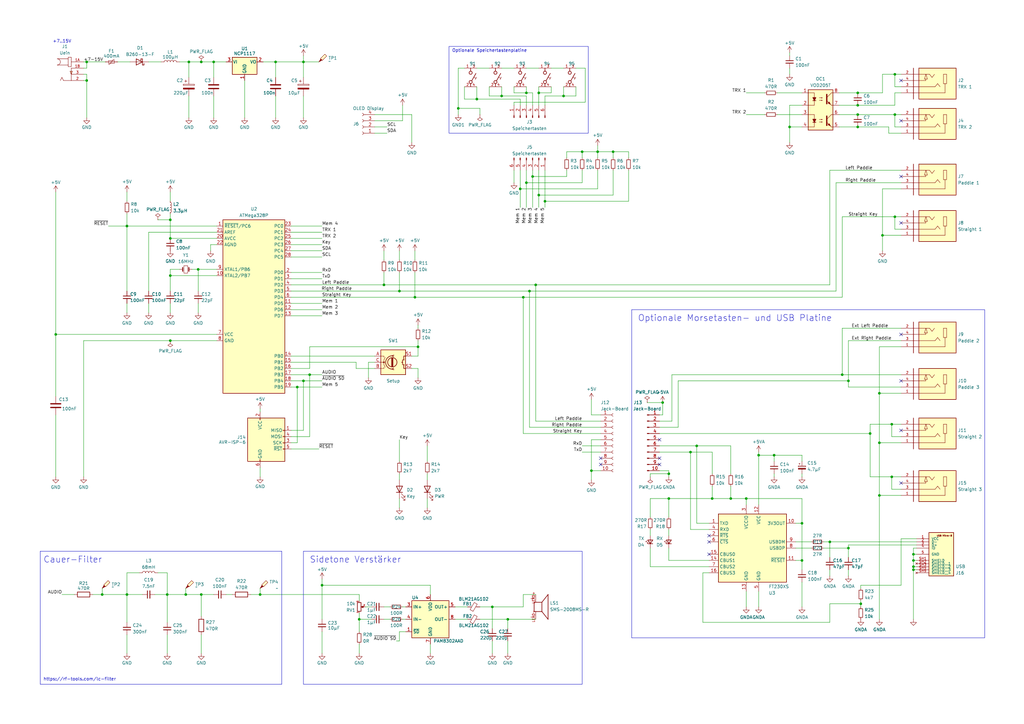
<source format=kicad_sch>
(kicad_sch (version 20230121) (generator eeschema)

  (uuid 854b5595-86e1-4ffa-88fb-a2c16da0c22c)

  (paper "A3")

  (title_block
    (title "BJ-Keyer")
    (date "2023-09-08")
    (rev "1.03")
    (company "Tom, DL7BJ")
    (comment 1 "Morsekeyer für 2 TRX, 3 Paddle, 3 Handtasten")
    (comment 2 "tom@dl7bj.de - https://isnix.de")
  )

  

  (junction (at 238.76 62.23) (diameter 0) (color 0 0 0 0)
    (uuid 012b8c40-5bd1-4c6b-8b9d-a12986167771)
  )
  (junction (at 121.92 158.75) (diameter 0) (color 0 0 0 0)
    (uuid 014ceaa4-fa7e-4db9-b9ff-3ef3bc6ea093)
  )
  (junction (at 113.03 25.4) (diameter 0) (color 0 0 0 0)
    (uuid 05dc2993-11a4-4c06-bca4-2ff5b931ce8b)
  )
  (junction (at 360.68 203.2) (diameter 0) (color 0 0 0 0)
    (uuid 0b45b948-3288-4c68-8fdb-879697d073cf)
  )
  (junction (at 274.32 194.31) (diameter 0) (color 0 0 0 0)
    (uuid 113fd192-3dfa-4837-8841-62ea3aa87fe7)
  )
  (junction (at 219.71 116.84) (diameter 0) (color 0 0 0 0)
    (uuid 129ec209-c009-41f4-a251-fedf7ecf3f6e)
  )
  (junction (at 245.11 62.23) (diameter 0) (color 0 0 0 0)
    (uuid 12b4c8ff-8445-4945-8463-faefea66e8d5)
  )
  (junction (at 351.79 38.1) (diameter 0) (color 0 0 0 0)
    (uuid 13a3db63-ba96-4088-a25d-116d39aafa04)
  )
  (junction (at 124.46 25.4) (diameter 0) (color 0 0 0 0)
    (uuid 13aa5b90-1215-4eeb-a429-8928746b66df)
  )
  (junction (at 201.93 248.92) (diameter 0) (color 0 0 0 0)
    (uuid 1fbcda24-77ef-4942-996b-67e77aa35ab7)
  )
  (junction (at 87.63 25.4) (diameter 0) (color 0 0 0 0)
    (uuid 233a0de2-9094-46a8-b702-87c4c87c6075)
  )
  (junction (at 76.2 243.84) (diameter 0) (color 0 0 0 0)
    (uuid 240aebaa-648e-47dd-8cdc-57cfcf26ccd9)
  )
  (junction (at 69.85 97.79) (diameter 0) (color 0 0 0 0)
    (uuid 242bec4b-dae9-4218-8182-0035cac71af4)
  )
  (junction (at 215.9 38.1) (diameter 0) (color 0 0 0 0)
    (uuid 259bc5f7-83b4-42a5-ad7b-dca121889d15)
  )
  (junction (at 271.78 165.1) (diameter 0) (color 0 0 0 0)
    (uuid 28ca6e13-3b5c-4652-aa7e-f18182ffaec7)
  )
  (junction (at 69.85 90.17) (diameter 0) (color 0 0 0 0)
    (uuid 28d656d2-e4ba-47c9-bf3f-e2dbac7b60ca)
  )
  (junction (at 218.44 72.39) (diameter 0) (color 0 0 0 0)
    (uuid 29e280c9-0a5f-469c-80e7-ab210f563533)
  )
  (junction (at 283.21 185.42) (diameter 0) (color 0 0 0 0)
    (uuid 2adc8c31-1d9b-4f33-9ce4-3faffb513044)
  )
  (junction (at 361.95 96.52) (diameter 0) (color 0 0 0 0)
    (uuid 2ae238eb-b34c-43ec-8a66-a28987b3d100)
  )
  (junction (at 170.18 121.92) (diameter 0) (color 0 0 0 0)
    (uuid 322bc56b-254f-4738-97f4-bfc5d184717d)
  )
  (junction (at 157.48 116.84) (diameter 0) (color 0 0 0 0)
    (uuid 358f8d11-7143-4a8d-b83a-163449e23caf)
  )
  (junction (at 82.55 243.84) (diameter 0) (color 0 0 0 0)
    (uuid 433aa2e6-072b-487a-842b-3cee4b8100e1)
  )
  (junction (at 195.58 40.64) (diameter 0) (color 0 0 0 0)
    (uuid 43cf86fa-d34b-49d1-91ca-31f048a81b63)
  )
  (junction (at 356.87 177.8) (diameter 0) (color 0 0 0 0)
    (uuid 4586e087-b9ec-421a-a6b4-2400358c69c0)
  )
  (junction (at 22.86 137.16) (diameter 0) (color 0 0 0 0)
    (uuid 497e8db0-8dd0-49b4-b7ff-3b129ea684cc)
  )
  (junction (at 251.46 62.23) (diameter 0) (color 0 0 0 0)
    (uuid 4a78f394-33e8-4b5c-ad4e-c5da83798d55)
  )
  (junction (at 306.07 204.47) (diameter 0) (color 0 0 0 0)
    (uuid 5000c705-9a09-4635-827c-c70ff99f3167)
  )
  (junction (at 220.98 80.01) (diameter 0) (color 0 0 0 0)
    (uuid 50986459-e467-466a-b2d8-fa7e988f2215)
  )
  (junction (at 317.5 186.69) (diameter 0) (color 0 0 0 0)
    (uuid 5201eadb-d70d-4528-bc26-cc231e489aa3)
  )
  (junction (at 68.58 243.84) (diameter 0) (color 0 0 0 0)
    (uuid 56922f31-6580-403d-b410-b802ca0dee8a)
  )
  (junction (at 81.28 110.49) (diameter 0) (color 0 0 0 0)
    (uuid 5c422fbd-3fae-427b-aa02-c29c173ad9e8)
  )
  (junction (at 365.76 195.58) (diameter 0) (color 0 0 0 0)
    (uuid 5eefc87f-040e-4b75-a5db-9f76c200a93d)
  )
  (junction (at 77.47 25.4) (diameter 0) (color 0 0 0 0)
    (uuid 66233eaf-b01d-4143-9d04-d6a7a556f232)
  )
  (junction (at 311.15 186.69) (diameter 0) (color 0 0 0 0)
    (uuid 68028c4d-33d3-4d6c-952b-03802caae2be)
  )
  (junction (at 35.56 33.02) (diameter 0) (color 0 0 0 0)
    (uuid 6c1459a7-2770-402c-9cea-c5ea227a79cf)
  )
  (junction (at 215.9 74.93) (diameter 0) (color 0 0 0 0)
    (uuid 7aeb6820-aede-4d56-9e45-458d1287579c)
  )
  (junction (at 69.85 139.7) (diameter 0) (color 0 0 0 0)
    (uuid 7ec600be-cd9a-4fec-9fb2-36145bd06810)
  )
  (junction (at 323.85 52.07) (diameter 0) (color 0 0 0 0)
    (uuid 832f52b9-f546-45bd-8a68-52ebab615251)
  )
  (junction (at 351.79 46.99) (diameter 0) (color 0 0 0 0)
    (uuid 85372248-2840-4477-b1bb-57157a20b7f0)
  )
  (junction (at 231.14 39.37) (diameter 0) (color 0 0 0 0)
    (uuid 8638d427-0da7-4a3c-b301-4aaa807c06c4)
  )
  (junction (at 132.08 240.03) (diameter 0) (color 0 0 0 0)
    (uuid 8b3fabeb-1605-4238-8afb-172028c7cc55)
  )
  (junction (at 351.79 43.18) (diameter 0) (color 0 0 0 0)
    (uuid 8b853de2-3bcf-4464-b368-e5f24f701fd5)
  )
  (junction (at 374.65 227.33) (diameter 0) (color 0 0 0 0)
    (uuid 8e3ac8f4-9975-4fb4-aee7-d3d23f775cdc)
  )
  (junction (at 52.07 243.84) (diameter 0) (color 0 0 0 0)
    (uuid 94b58a66-4300-4f15-b53c-1f03e25cf020)
  )
  (junction (at 187.96 44.45) (diameter 0) (color 0 0 0 0)
    (uuid 9897d8f6-6c44-49ef-877f-ff7e5e177aa8)
  )
  (junction (at 367.03 30.48) (diameter 0) (color 0 0 0 0)
    (uuid 9b3b1e57-f2c3-4d24-8aae-a88ede67d6d0)
  )
  (junction (at 171.45 142.24) (diameter 0) (color 0 0 0 0)
    (uuid 9c4e9e38-b614-4639-baed-448eb702c5a2)
  )
  (junction (at 374.65 233.68) (diameter 0) (color 0 0 0 0)
    (uuid 9fe34222-ae21-4c9f-9e51-4c009067a4f2)
  )
  (junction (at 367.03 88.9) (diameter 0) (color 0 0 0 0)
    (uuid a2a2c002-c013-4ef7-b8be-207bbab88082)
  )
  (junction (at 242.57 193.04) (diameter 0) (color 0 0 0 0)
    (uuid a6493884-234a-4ed2-94a6-9f31d0052b22)
  )
  (junction (at 292.1 204.47) (diameter 0) (color 0 0 0 0)
    (uuid a910aed4-3423-4ce0-9b31-c6806253823b)
  )
  (junction (at 220.98 38.1) (diameter 0) (color 0 0 0 0)
    (uuid a9719473-84b7-4406-ad97-8824100b74e6)
  )
  (junction (at 106.68 243.84) (diameter 0) (color 0 0 0 0)
    (uuid ab397ffe-1059-4e13-8f78-f9b70f55f4f0)
  )
  (junction (at 374.65 229.87) (diameter 0) (color 0 0 0 0)
    (uuid acfa9cef-d397-47aa-afa4-87196ed243dd)
  )
  (junction (at 345.44 153.67) (diameter 0) (color 0 0 0 0)
    (uuid ae9c246e-5d69-44f0-85e4-a33a73d7756b)
  )
  (junction (at 374.65 232.41) (diameter 0) (color 0 0 0 0)
    (uuid af23fec2-c6cd-49b1-ab0a-0377e7033ca0)
  )
  (junction (at 127 153.67) (diameter 0) (color 0 0 0 0)
    (uuid b2e4ff79-b1ed-4fa7-b3ef-bd80f441c365)
  )
  (junction (at 328.93 214.63) (diameter 0) (color 0 0 0 0)
    (uuid b432e85c-f87c-4c74-9a35-d233faeb513c)
  )
  (junction (at 353.06 247.65) (diameter 0) (color 0 0 0 0)
    (uuid b6ec59be-516a-4107-a6b2-875834c210e1)
  )
  (junction (at 208.28 254) (diameter 0) (color 0 0 0 0)
    (uuid b7b361e7-fa8c-4d56-a195-a0758190508a)
  )
  (junction (at 340.36 222.25) (diameter 0) (color 0 0 0 0)
    (uuid baad58e0-6777-4383-af5a-0c1d547f98e7)
  )
  (junction (at 35.56 25.4) (diameter 0) (color 0 0 0 0)
    (uuid bb8b1b82-ede1-4d62-8673-d18106a88598)
  )
  (junction (at 351.79 52.07) (diameter 0) (color 0 0 0 0)
    (uuid bb8e9b7a-8a69-42b0-8811-7507f9205bc5)
  )
  (junction (at 163.83 119.38) (diameter 0) (color 0 0 0 0)
    (uuid bd05bd30-18aa-4309-967f-6645054d9892)
  )
  (junction (at 360.68 181.61) (diameter 0) (color 0 0 0 0)
    (uuid be114405-82a6-400e-a5c3-2202b1d372ae)
  )
  (junction (at 214.63 121.92) (diameter 0) (color 0 0 0 0)
    (uuid bfd76a72-581f-4fc0-b245-6fc2ca2e3e7b)
  )
  (junction (at 223.52 82.55) (diameter 0) (color 0 0 0 0)
    (uuid c3fa369f-43f3-452e-a1a4-0a3ccc473d1d)
  )
  (junction (at 213.36 77.47) (diameter 0) (color 0 0 0 0)
    (uuid cb830e41-f1cf-4f5d-ab54-2020419b00a4)
  )
  (junction (at 367.03 46.99) (diameter 0) (color 0 0 0 0)
    (uuid d2fcabda-264b-41ea-8feb-1a1740759d1a)
  )
  (junction (at 347.98 224.79) (diameter 0) (color 0 0 0 0)
    (uuid d8bb64cb-fdda-4fad-95ee-ea6f741d37bb)
  )
  (junction (at 69.85 113.03) (diameter 0) (color 0 0 0 0)
    (uuid dd1d87d5-ae7e-4435-b054-339396340513)
  )
  (junction (at 217.17 119.38) (diameter 0) (color 0 0 0 0)
    (uuid e5558329-c883-4269-9712-2cd77583559e)
  )
  (junction (at 52.07 92.71) (diameter 0) (color 0 0 0 0)
    (uuid e6b7622d-4eca-42d5-a90f-0fa6d145fc6b)
  )
  (junction (at 365.76 173.99) (diameter 0) (color 0 0 0 0)
    (uuid e87b0023-b8f1-43a5-bf42-a9afbd49de91)
  )
  (junction (at 360.68 161.29) (diameter 0) (color 0 0 0 0)
    (uuid e89c0e52-dc09-420a-a74c-93c9f2d4ce8d)
  )
  (junction (at 124.46 156.21) (diameter 0) (color 0 0 0 0)
    (uuid ee1115df-7a96-49be-ba50-031335b68446)
  )
  (junction (at 41.91 243.84) (diameter 0) (color 0 0 0 0)
    (uuid ef150f67-84e9-4e24-8168-55568e5c7184)
  )
  (junction (at 347.98 156.21) (diameter 0) (color 0 0 0 0)
    (uuid ef3080b3-78e8-4829-a7cc-6ca954600de8)
  )
  (junction (at 205.74 39.37) (diameter 0) (color 0 0 0 0)
    (uuid ef44985e-cd88-4ba7-a247-50a038c3c87e)
  )
  (junction (at 299.72 204.47) (diameter 0) (color 0 0 0 0)
    (uuid f097811e-22ea-4603-8505-c32ac204c20a)
  )
  (junction (at 285.75 182.88) (diameter 0) (color 0 0 0 0)
    (uuid f150a03d-33fd-45e5-ac97-baaa49fb24ab)
  )
  (junction (at 274.32 204.47) (diameter 0) (color 0 0 0 0)
    (uuid f3a9997f-c729-4dab-845f-7feac7343b1c)
  )
  (junction (at 328.93 229.87) (diameter 0) (color 0 0 0 0)
    (uuid f3b5a834-aff1-4d0c-b322-590b3be90c33)
  )
  (junction (at 82.55 25.4) (diameter 0) (color 0 0 0 0)
    (uuid f440139d-7e72-4e52-ac27-81b2b8c2a4bb)
  )
  (junction (at 147.32 254) (diameter 0) (color 0 0 0 0)
    (uuid f8648b5f-56a0-4e84-954d-f809080ddb2a)
  )

  (no_connect (at 369.57 137.16) (uuid 2e127829-fe4c-40ba-84f8-01ca0d3bf6c6))
  (no_connect (at 290.83 227.33) (uuid 340178ee-d2dc-444f-8c7e-b00ede0da2ce))
  (no_connect (at 270.51 180.34) (uuid 488fdef4-13e4-4c66-9bdc-461d266fa7a6))
  (no_connect (at 246.38 187.96) (uuid 5f8f81a8-a273-4b25-9e1e-2802dc3d614f))
  (no_connect (at 290.83 222.25) (uuid 740ed114-4f42-454c-8f77-ef7074d0f47b))
  (no_connect (at 246.38 190.5) (uuid 78d2bcc8-717e-4958-af7e-a1167d5f5ddd))
  (no_connect (at 369.57 198.12) (uuid 847986ce-47b9-4dc6-b568-eb44c3426684))
  (no_connect (at 369.57 33.02) (uuid 8a4822bd-aee2-44fb-a109-5218fa1c5613))
  (no_connect (at 369.57 156.21) (uuid 96e2f4f4-3428-40bb-98ae-f83c607aedce))
  (no_connect (at 369.57 72.39) (uuid baf643b0-9d46-4128-a517-3210138fd8bf))
  (no_connect (at 369.57 49.53) (uuid c2eabd4b-f501-4d46-981f-f05e5edf9068))
  (no_connect (at 270.51 190.5) (uuid c7159337-7b1e-4dd1-84c1-731829451068))
  (no_connect (at 270.51 187.96) (uuid cbf08482-69e4-40fb-8052-e274b2257363))
  (no_connect (at 290.83 219.71) (uuid ced1cf68-8b23-4c3b-b6fb-ea9c27d9f56c))
  (no_connect (at 369.57 176.53) (uuid e9a6b52b-d79f-478c-9f41-08ac30e54344))
  (no_connect (at 369.57 91.44) (uuid eb0aa2ff-5e73-4d5b-8e17-87ae7629a749))

  (wire (pts (xy 44.45 92.71) (xy 52.07 92.71))
    (stroke (width 0) (type default))
    (uuid 00d85d07-4839-4c98-a129-21d30fb6d242)
  )
  (wire (pts (xy 69.85 97.79) (xy 88.9 97.79))
    (stroke (width 0) (type default))
    (uuid 00f68684-571e-4277-8311-4dea4d219387)
  )
  (wire (pts (xy 163.83 259.08) (xy 166.37 259.08))
    (stroke (width 0) (type default))
    (uuid 01c35b64-5b61-47ef-afb2-055006d5e293)
  )
  (wire (pts (xy 231.14 39.37) (xy 231.14 35.56))
    (stroke (width 0) (type default))
    (uuid 024552ec-eeee-4785-8910-7a296b22389c)
  )
  (wire (pts (xy 69.85 139.7) (xy 88.9 139.7))
    (stroke (width 0) (type default))
    (uuid 02dccc3b-a63a-4ec0-a21b-347484c54b42)
  )
  (wire (pts (xy 337.82 224.79) (xy 347.98 224.79))
    (stroke (width 0) (type default))
    (uuid 04011f1e-b725-4a2b-b4e8-e01af07e476f)
  )
  (wire (pts (xy 147.32 254) (xy 147.32 259.08))
    (stroke (width 0) (type default))
    (uuid 04d6d9dc-11e9-45dc-be96-9234e7f07739)
  )
  (wire (pts (xy 124.46 156.21) (xy 124.46 176.53))
    (stroke (width 0) (type default))
    (uuid 0541dbfb-c1b8-4d97-9d2d-07cb259e9141)
  )
  (wire (pts (xy 35.56 33.02) (xy 35.56 48.26))
    (stroke (width 0) (type default))
    (uuid 0583f7db-d725-4d98-b159-a1169a4ade52)
  )
  (wire (pts (xy 205.74 35.56) (xy 205.74 39.37))
    (stroke (width 0) (type default))
    (uuid 05a1626e-b705-49a1-ad4a-bbc6443dd7d5)
  )
  (wire (pts (xy 81.28 110.49) (xy 88.9 110.49))
    (stroke (width 0) (type default))
    (uuid 08ad99b4-e4d7-4482-83b6-539e2c1911ae)
  )
  (wire (pts (xy 278.13 156.21) (xy 347.98 156.21))
    (stroke (width 0) (type default))
    (uuid 0a1aa632-5414-41bb-ac6a-a2d37c7bcf48)
  )
  (wire (pts (xy 69.85 113.03) (xy 88.9 113.03))
    (stroke (width 0) (type default))
    (uuid 0c8fa28b-963a-409d-ab3d-df1de66a8da4)
  )
  (wire (pts (xy 215.9 69.85) (xy 215.9 74.93))
    (stroke (width 0) (type default))
    (uuid 0c9f7193-e2e5-48f2-8ad9-2404d7615e98)
  )
  (wire (pts (xy 34.29 139.7) (xy 69.85 139.7))
    (stroke (width 0) (type default))
    (uuid 0d16f51f-8eaa-4e42-9fb9-a4f3fed79a1b)
  )
  (wire (pts (xy 127 153.67) (xy 132.08 153.67))
    (stroke (width 0) (type default))
    (uuid 0f3a6cc7-87f4-4736-9d4d-c45fb743001c)
  )
  (wire (pts (xy 323.85 43.18) (xy 323.85 52.07))
    (stroke (width 0) (type default))
    (uuid 0f5a4310-882a-47dd-80ce-e2f7dc33569c)
  )
  (wire (pts (xy 218.44 38.1) (xy 215.9 38.1))
    (stroke (width 0) (type default))
    (uuid 0f996ffc-cd38-41c0-9de7-863d021527e1)
  )
  (wire (pts (xy 171.45 151.13) (xy 171.45 154.94))
    (stroke (width 0) (type default))
    (uuid 0fcf05e0-37cf-41bf-bd09-5e4c68f8f5ed)
  )
  (wire (pts (xy 311.15 186.69) (xy 311.15 207.01))
    (stroke (width 0) (type default))
    (uuid 10262007-8273-4bb8-8ab5-1b4d17251d51)
  )
  (wire (pts (xy 113.03 25.4) (xy 124.46 25.4))
    (stroke (width 0) (type default))
    (uuid 10f09998-e973-4e80-8000-0a4fd5cf6e10)
  )
  (wire (pts (xy 364.49 52.07) (xy 364.49 54.61))
    (stroke (width 0) (type default))
    (uuid 1140eded-6bf3-4d64-a25c-5e5115de7ce5)
  )
  (wire (pts (xy 171.45 142.24) (xy 171.45 146.05))
    (stroke (width 0) (type default))
    (uuid 114ebff9-fc04-4bde-8812-8b8f7ab02470)
  )
  (wire (pts (xy 240.03 41.91) (xy 210.82 41.91))
    (stroke (width 0) (type default))
    (uuid 11e44898-df8e-43ae-83fb-07ab748fe6d0)
  )
  (wire (pts (xy 119.38 111.76) (xy 132.08 111.76))
    (stroke (width 0) (type default))
    (uuid 120f1f2e-3eb5-4ea1-a531-88ec268f0ede)
  )
  (wire (pts (xy 251.46 80.01) (xy 220.98 80.01))
    (stroke (width 0) (type default))
    (uuid 12265ce8-d30a-47ec-99a6-eb2624b1f9fe)
  )
  (wire (pts (xy 76.2 241.3) (xy 76.2 243.84))
    (stroke (width 0) (type default))
    (uuid 12f51350-8436-4351-8f11-4ec1fe26b381)
  )
  (wire (pts (xy 257.81 82.55) (xy 223.52 82.55))
    (stroke (width 0) (type default))
    (uuid 12f596b4-2a1b-4bfe-8068-ee184f23474c)
  )
  (wire (pts (xy 220.98 35.56) (xy 220.98 38.1))
    (stroke (width 0) (type default))
    (uuid 13d6c657-d211-4d01-95f2-421aa66e7803)
  )
  (wire (pts (xy 232.41 72.39) (xy 218.44 72.39))
    (stroke (width 0) (type default))
    (uuid 14bb3b84-d5cd-4680-94e2-b5378527d5ed)
  )
  (wire (pts (xy 170.18 121.92) (xy 214.63 121.92))
    (stroke (width 0) (type default))
    (uuid 14c5bd66-0c27-49e5-a4e2-e95f37576826)
  )
  (wire (pts (xy 119.38 129.54) (xy 132.08 129.54))
    (stroke (width 0) (type default))
    (uuid 150ca36d-4c33-474c-aa20-f8e3892306b4)
  )
  (wire (pts (xy 356.87 195.58) (xy 365.76 195.58))
    (stroke (width 0) (type default))
    (uuid 15a71dbb-f0f2-491f-9561-c304bfd19051)
  )
  (wire (pts (xy 353.06 246.38) (xy 353.06 247.65))
    (stroke (width 0) (type default))
    (uuid 16017457-3cb9-40e3-86a0-591c6f72319d)
  )
  (wire (pts (xy 232.41 69.85) (xy 232.41 72.39))
    (stroke (width 0) (type default))
    (uuid 1646e9f2-e841-4f5d-ad06-cdd69e880f89)
  )
  (wire (pts (xy 163.83 180.34) (xy 163.83 189.23))
    (stroke (width 0) (type default))
    (uuid 169c634a-2005-4f10-8647-c654626c13a2)
  )
  (wire (pts (xy 306.07 38.1) (xy 313.69 38.1))
    (stroke (width 0) (type default))
    (uuid 17889252-f3f6-4e48-8213-86d3ac300c36)
  )
  (wire (pts (xy 292.1 185.42) (xy 292.1 194.31))
    (stroke (width 0) (type default))
    (uuid 179d2717-b7ef-4c24-86f3-b2a930475c49)
  )
  (wire (pts (xy 187.96 27.94) (xy 190.5 27.94))
    (stroke (width 0) (type default))
    (uuid 17ebd5bb-49ec-4c65-bff8-898a73dddb5c)
  )
  (wire (pts (xy 351.79 38.1) (xy 361.95 38.1))
    (stroke (width 0) (type default))
    (uuid 181e3c17-5ee7-4442-9dfc-98f599fee3fc)
  )
  (wire (pts (xy 34.29 33.02) (xy 35.56 33.02))
    (stroke (width 0) (type default))
    (uuid 18819fb2-e15d-4a93-96ae-423b837df9d9)
  )
  (wire (pts (xy 245.11 62.23) (xy 245.11 64.77))
    (stroke (width 0) (type default))
    (uuid 18d1c367-a332-42b0-a196-76894c495ede)
  )
  (wire (pts (xy 288.29 234.95) (xy 288.29 255.27))
    (stroke (width 0) (type default))
    (uuid 19cce670-ceba-4447-9591-d0fe04cf7f5f)
  )
  (wire (pts (xy 214.63 243.84) (xy 214.63 248.92))
    (stroke (width 0) (type default))
    (uuid 1a1d2784-47a4-4027-8bb7-07a49bf867e5)
  )
  (wire (pts (xy 353.06 247.65) (xy 353.06 248.92))
    (stroke (width 0) (type default))
    (uuid 1a663290-31b9-45bb-b094-6db7e88b3cfd)
  )
  (wire (pts (xy 119.38 95.25) (xy 132.08 95.25))
    (stroke (width 0) (type default))
    (uuid 1bc86a9d-25cc-4c0d-983a-f720f0b0eb8e)
  )
  (wire (pts (xy 326.39 229.87) (xy 328.93 229.87))
    (stroke (width 0) (type default))
    (uuid 1bf776e3-526e-4ee3-ad6a-78b462be4d36)
  )
  (wire (pts (xy 163.83 204.47) (xy 163.83 208.28))
    (stroke (width 0) (type default))
    (uuid 1cd5f937-d236-49c7-a662-cae572f33993)
  )
  (wire (pts (xy 153.67 54.61) (xy 158.75 54.61))
    (stroke (width 0) (type default))
    (uuid 1ce9891e-de8d-46d8-be4f-a2b1c4f0d2b7)
  )
  (wire (pts (xy 374.65 224.79) (xy 374.65 227.33))
    (stroke (width 0) (type default))
    (uuid 1ceb78a6-116b-491b-95fc-6f46815edd03)
  )
  (wire (pts (xy 360.68 142.24) (xy 369.57 142.24))
    (stroke (width 0) (type default))
    (uuid 1e302f35-a27b-4463-9dc7-1b91d120e9ee)
  )
  (wire (pts (xy 223.52 69.85) (xy 223.52 82.55))
    (stroke (width 0) (type default))
    (uuid 1e42e175-c1b2-4057-b893-a5f85146a7cc)
  )
  (wire (pts (xy 132.08 259.08) (xy 132.08 267.97))
    (stroke (width 0) (type default))
    (uuid 1efae536-12bf-4904-9936-cf00171ddc2b)
  )
  (wire (pts (xy 87.63 39.37) (xy 87.63 48.26))
    (stroke (width 0) (type default))
    (uuid 1f638e34-ee4d-4b69-9486-58829b649b8b)
  )
  (wire (pts (xy 340.36 247.65) (xy 353.06 247.65))
    (stroke (width 0) (type default))
    (uuid 1f765b9f-e1d9-4e9c-bbf4-b2aec1a7c91d)
  )
  (wire (pts (xy 41.91 241.3) (xy 41.91 243.84))
    (stroke (width 0) (type default))
    (uuid 202054d2-deea-4707-b94f-a131d0131d8f)
  )
  (wire (pts (xy 157.48 111.76) (xy 157.48 116.84))
    (stroke (width 0) (type default))
    (uuid 20ade33e-0cf2-4da7-89d8-2c579a3343e2)
  )
  (wire (pts (xy 195.58 40.64) (xy 190.5 40.64))
    (stroke (width 0) (type default))
    (uuid 20f89181-e965-45f3-adeb-598edcf3ac1f)
  )
  (wire (pts (xy 328.93 233.68) (xy 328.93 229.87))
    (stroke (width 0) (type default))
    (uuid 210acafa-9217-4fad-bc2d-1a9caa89acb7)
  )
  (wire (pts (xy 374.65 229.87) (xy 375.92 229.87))
    (stroke (width 0) (type default))
    (uuid 211cc5e1-2850-4836-b32f-903e8b19ab4c)
  )
  (wire (pts (xy 274.32 204.47) (xy 266.7 204.47))
    (stroke (width 0) (type default))
    (uuid 2150c2ce-2b46-4f20-8edd-dd6f683b947d)
  )
  (wire (pts (xy 360.68 142.24) (xy 360.68 161.29))
    (stroke (width 0) (type default))
    (uuid 21c1b368-cb21-45a3-b86f-e52138ebcc0f)
  )
  (wire (pts (xy 106.68 241.3) (xy 106.68 243.84))
    (stroke (width 0) (type default))
    (uuid 220cb0ad-c9a5-4d03-9c20-5569bb7b3aa4)
  )
  (wire (pts (xy 157.48 248.92) (xy 160.02 248.92))
    (stroke (width 0) (type default))
    (uuid 223f9ec6-3278-43a6-b152-22d101f83404)
  )
  (wire (pts (xy 205.74 39.37) (xy 200.66 39.37))
    (stroke (width 0) (type default))
    (uuid 22e97816-049a-49d7-90b4-db208ac014aa)
  )
  (wire (pts (xy 270.51 175.26) (xy 278.13 175.26))
    (stroke (width 0) (type default))
    (uuid 230dd116-e0a0-4679-bb9d-f3798fe952fe)
  )
  (wire (pts (xy 119.38 156.21) (xy 124.46 156.21))
    (stroke (width 0) (type default))
    (uuid 235bc4e6-c9d1-4aad-a89f-f42585ce3767)
  )
  (wire (pts (xy 176.53 264.16) (xy 176.53 267.97))
    (stroke (width 0) (type default))
    (uuid 24a16e44-8469-4a53-bf15-c9cdbed7366b)
  )
  (wire (pts (xy 119.38 184.15) (xy 130.81 184.15))
    (stroke (width 0) (type default))
    (uuid 25082a05-e728-413d-b2d7-8d4b2ab67237)
  )
  (wire (pts (xy 347.98 224.79) (xy 347.98 228.6))
    (stroke (width 0) (type default))
    (uuid 25277dcc-76a8-4ff4-8ed0-8cde19b8807c)
  )
  (wire (pts (xy 106.68 167.64) (xy 106.68 168.91))
    (stroke (width 0) (type default))
    (uuid 267cef51-7b57-4f2b-a69b-e7876f15b9e5)
  )
  (wire (pts (xy 299.72 204.47) (xy 292.1 204.47))
    (stroke (width 0) (type default))
    (uuid 2786d5ba-5e3a-49ae-ac6f-a952f5db13af)
  )
  (wire (pts (xy 146.05 151.13) (xy 153.67 151.13))
    (stroke (width 0) (type default))
    (uuid 27c34eaf-0c9f-434e-bda9-f799e05c017f)
  )
  (wire (pts (xy 78.74 110.49) (xy 81.28 110.49))
    (stroke (width 0) (type default))
    (uuid 283cabff-69e9-41fe-a6f3-b4704b680bc2)
  )
  (wire (pts (xy 328.93 238.76) (xy 328.93 248.92))
    (stroke (width 0) (type default))
    (uuid 2862e68e-e124-4bce-80d9-003da3e8735c)
  )
  (wire (pts (xy 170.18 111.76) (xy 170.18 121.92))
    (stroke (width 0) (type default))
    (uuid 2869cf22-0e5a-4744-8f7b-e82d2abacd13)
  )
  (wire (pts (xy 270.51 170.18) (xy 271.78 170.18))
    (stroke (width 0) (type default))
    (uuid 28ff4f01-5d43-4c60-81fb-bf07fdc48515)
  )
  (wire (pts (xy 369.57 30.48) (xy 367.03 30.48))
    (stroke (width 0) (type default))
    (uuid 2a97c070-dbd3-4e7f-9405-ee4713d6cdbd)
  )
  (wire (pts (xy 271.78 170.18) (xy 271.78 165.1))
    (stroke (width 0) (type default))
    (uuid 2b144e7a-038b-488f-b314-95bcf4a864ac)
  )
  (wire (pts (xy 328.93 194.31) (xy 328.93 195.58))
    (stroke (width 0) (type default))
    (uuid 2b22de7f-265e-4ce2-9375-c3d9799e2f96)
  )
  (wire (pts (xy 323.85 21.59) (xy 323.85 22.86))
    (stroke (width 0) (type default))
    (uuid 2c77a84b-e6c1-4e61-be85-5b881945b4a5)
  )
  (wire (pts (xy 323.85 27.94) (xy 323.85 30.48))
    (stroke (width 0) (type default))
    (uuid 2d1164d1-d591-40fb-bd79-72821d63470c)
  )
  (wire (pts (xy 87.63 25.4) (xy 92.71 25.4))
    (stroke (width 0) (type default))
    (uuid 2dd19300-63cf-4230-9fba-4e65cc295843)
  )
  (wire (pts (xy 215.9 43.18) (xy 215.9 39.37))
    (stroke (width 0) (type default))
    (uuid 2e8a2bc2-0908-4812-b600-73c4ea75098d)
  )
  (wire (pts (xy 68.58 234.95) (xy 68.58 243.84))
    (stroke (width 0) (type default))
    (uuid 2ec30865-54a6-4ac2-a420-4870dd807090)
  )
  (wire (pts (xy 102.87 243.84) (xy 106.68 243.84))
    (stroke (width 0) (type default))
    (uuid 2ef4a4fb-4380-4061-bfa6-78901cfb0c2d)
  )
  (wire (pts (xy 340.36 222.25) (xy 375.92 222.25))
    (stroke (width 0) (type default))
    (uuid 2f22fba5-0577-4f2a-8fb3-9b60640caef0)
  )
  (wire (pts (xy 119.38 102.87) (xy 132.08 102.87))
    (stroke (width 0) (type default))
    (uuid 2f3397c4-4f47-436f-9178-d80ea865ca5e)
  )
  (wire (pts (xy 356.87 173.99) (xy 365.76 173.99))
    (stroke (width 0) (type default))
    (uuid 31da6676-243c-4ff1-bc2b-3a965b397216)
  )
  (wire (pts (xy 163.83 102.87) (xy 163.83 106.68))
    (stroke (width 0) (type default))
    (uuid 32086f30-3658-467a-8355-efdcf4c60b10)
  )
  (wire (pts (xy 347.98 158.75) (xy 347.98 156.21))
    (stroke (width 0) (type default))
    (uuid 338db1c9-1b05-4297-90bf-b63f4b18c7e5)
  )
  (wire (pts (xy 153.67 52.07) (xy 158.75 52.07))
    (stroke (width 0) (type default))
    (uuid 33fc2d12-ad63-4a4f-9905-f6e53221169a)
  )
  (wire (pts (xy 157.48 102.87) (xy 157.48 106.68))
    (stroke (width 0) (type default))
    (uuid 3447e872-3076-4c7e-9bb0-1f751dedd8d0)
  )
  (wire (pts (xy 81.28 110.49) (xy 81.28 119.38))
    (stroke (width 0) (type default))
    (uuid 344bfb22-738f-4c66-8478-a911911446fc)
  )
  (wire (pts (xy 124.46 176.53) (xy 119.38 176.53))
    (stroke (width 0) (type default))
    (uuid 35817b34-81f0-4ad3-b678-ce0ba89f528b)
  )
  (wire (pts (xy 52.07 78.74) (xy 52.07 82.55))
    (stroke (width 0) (type default))
    (uuid 35f28c74-3c48-4237-85e2-b5b6be8c77b2)
  )
  (wire (pts (xy 283.21 217.17) (xy 283.21 185.42))
    (stroke (width 0) (type default))
    (uuid 366723fc-58c3-4668-b227-29d24e28a9fa)
  )
  (wire (pts (xy 275.59 172.72) (xy 270.51 172.72))
    (stroke (width 0) (type default))
    (uuid 3721b86f-7d22-4efd-9402-4acec43aef3a)
  )
  (wire (pts (xy 218.44 69.85) (xy 218.44 72.39))
    (stroke (width 0) (type default))
    (uuid 373537c7-79f3-4cb0-aeef-e6677d1b30c7)
  )
  (wire (pts (xy 106.68 243.84) (xy 147.32 243.84))
    (stroke (width 0) (type default))
    (uuid 3874d1a0-39a5-4c70-848c-1b2a6681b56f)
  )
  (wire (pts (xy 369.57 93.98) (xy 367.03 93.98))
    (stroke (width 0) (type default))
    (uuid 38b98cc2-1e43-4e43-8d3e-7608626e6e77)
  )
  (wire (pts (xy 374.65 232.41) (xy 375.92 232.41))
    (stroke (width 0) (type default))
    (uuid 39088f91-27d9-46d7-b445-dc76179e8c45)
  )
  (wire (pts (xy 86.36 102.87) (xy 86.36 100.33))
    (stroke (width 0) (type default))
    (uuid 39d57b7a-ec5c-4b45-8720-405f3df00412)
  )
  (wire (pts (xy 64.77 234.95) (xy 68.58 234.95))
    (stroke (width 0) (type default))
    (uuid 3ad9dea7-ec07-4033-b625-5c22ee2d5e26)
  )
  (wire (pts (xy 290.83 232.41) (xy 266.7 232.41))
    (stroke (width 0) (type default))
    (uuid 3ba5e0cc-d6ce-47b0-8933-dd888db9eacb)
  )
  (wire (pts (xy 242.57 193.04) (xy 242.57 196.85))
    (stroke (width 0) (type default))
    (uuid 3d1f44ab-d708-4aaf-8067-3ecf5d7073fd)
  )
  (wire (pts (xy 242.57 170.18) (xy 242.57 163.83))
    (stroke (width 0) (type default))
    (uuid 3d54d01b-929e-4ec9-9e54-0de79276d6fb)
  )
  (wire (pts (xy 274.32 204.47) (xy 274.32 212.09))
    (stroke (width 0) (type default))
    (uuid 3da3274a-a094-4b27-bcfd-bebf503f734e)
  )
  (wire (pts (xy 119.38 124.46) (xy 132.08 124.46))
    (stroke (width 0) (type default))
    (uuid 3dc8fcaa-efeb-44cc-9615-95de9d6af91b)
  )
  (wire (pts (xy 218.44 72.39) (xy 218.44 85.09))
    (stroke (width 0) (type default))
    (uuid 3ed09e44-230d-4732-8ba9-986ff24ab574)
  )
  (wire (pts (xy 344.17 46.99) (xy 351.79 46.99))
    (stroke (width 0) (type default))
    (uuid 40010b87-9d63-4d23-b338-6796a665847f)
  )
  (wire (pts (xy 119.38 181.61) (xy 121.92 181.61))
    (stroke (width 0) (type default))
    (uuid 407783b0-8bcf-45ca-bf59-7e0019bbb7a1)
  )
  (wire (pts (xy 175.26 204.47) (xy 175.26 208.28))
    (stroke (width 0) (type default))
    (uuid 408bb0d1-d6fe-4346-80fc-93be0a993ecc)
  )
  (wire (pts (xy 163.83 119.38) (xy 217.17 119.38))
    (stroke (width 0) (type default))
    (uuid 41b48feb-c443-4693-97e7-11e09180eb65)
  )
  (wire (pts (xy 210.82 38.1) (xy 210.82 35.56))
    (stroke (width 0) (type default))
    (uuid 4288f65d-9e7c-49dd-b520-11c89bbe8c1e)
  )
  (wire (pts (xy 238.76 62.23) (xy 245.11 62.23))
    (stroke (width 0) (type default))
    (uuid 429964dc-5a08-4478-b22e-feff29520c18)
  )
  (wire (pts (xy 196.85 248.92) (xy 201.93 248.92))
    (stroke (width 0) (type default))
    (uuid 43ab2574-0da3-42a7-917f-6231de09417d)
  )
  (wire (pts (xy 208.28 254) (xy 219.71 254))
    (stroke (width 0) (type default))
    (uuid 44840d06-7b85-4c78-b7a2-e972d8927739)
  )
  (wire (pts (xy 245.11 69.85) (xy 245.11 77.47))
    (stroke (width 0) (type default))
    (uuid 44d88d39-fbfd-464c-bbdc-7490b7472d3a)
  )
  (wire (pts (xy 367.03 35.56) (xy 367.03 30.48))
    (stroke (width 0) (type default))
    (uuid 4515b37d-9faf-489d-a923-87facafaed44)
  )
  (wire (pts (xy 367.03 52.07) (xy 367.03 46.99))
    (stroke (width 0) (type default))
    (uuid 45246bf4-da22-4aa8-9bc1-4bbc6adcbb28)
  )
  (wire (pts (xy 345.44 134.62) (xy 369.57 134.62))
    (stroke (width 0) (type default))
    (uuid 45313cc8-da24-4896-b19d-a63aae565e95)
  )
  (wire (pts (xy 360.68 161.29) (xy 369.57 161.29))
    (stroke (width 0) (type default))
    (uuid 459f6874-df9c-4ff2-9668-ee869dc81e00)
  )
  (wire (pts (xy 22.86 170.18) (xy 22.86 195.58))
    (stroke (width 0) (type default))
    (uuid 4628d9ad-ee4a-4569-b877-e6aefe8041ab)
  )
  (wire (pts (xy 369.57 220.98) (xy 369.57 240.03))
    (stroke (width 0) (type default))
    (uuid 46b95a8e-cbf4-4976-9b96-f2109e122f5d)
  )
  (wire (pts (xy 317.5 194.31) (xy 317.5 195.58))
    (stroke (width 0) (type default))
    (uuid 4757d77b-1075-4d5d-aa21-0c105d096eda)
  )
  (wire (pts (xy 205.74 27.94) (xy 210.82 27.94))
    (stroke (width 0) (type default))
    (uuid 4767a62e-0703-4f87-a624-937bafb334c8)
  )
  (wire (pts (xy 365.76 173.99) (xy 369.57 173.99))
    (stroke (width 0) (type default))
    (uuid 47a29275-61be-4a09-8d25-e6360374a611)
  )
  (wire (pts (xy 217.17 119.38) (xy 217.17 175.26))
    (stroke (width 0) (type default))
    (uuid 47d81aa6-47d9-4526-bfb5-a26bba740b9e)
  )
  (wire (pts (xy 347.98 139.7) (xy 369.57 139.7))
    (stroke (width 0) (type default))
    (uuid 48023d03-8a37-4be5-8d7b-a3f0423e34ce)
  )
  (wire (pts (xy 374.65 233.68) (xy 374.65 254))
    (stroke (width 0) (type default))
    (uuid 48058777-7791-4407-8830-357ceb2531a3)
  )
  (wire (pts (xy 367.03 38.1) (xy 369.57 38.1))
    (stroke (width 0) (type default))
    (uuid 48aac6e6-3c1f-44bd-bfe0-7f862389cf53)
  )
  (wire (pts (xy 360.68 161.29) (xy 360.68 181.61))
    (stroke (width 0) (type default))
    (uuid 493c280b-f1a1-4440-ac2d-eb89992f998d)
  )
  (wire (pts (xy 210.82 69.85) (xy 210.82 74.93))
    (stroke (width 0) (type default))
    (uuid 4947cf42-cf05-42ac-b353-c63b80671a7c)
  )
  (wire (pts (xy 69.85 110.49) (xy 69.85 113.03))
    (stroke (width 0) (type default))
    (uuid 4c0428a2-021d-4734-a7f2-d4ee4e82b59d)
  )
  (wire (pts (xy 299.72 194.31) (xy 299.72 182.88))
    (stroke (width 0) (type default))
    (uuid 4c5d1b9e-2bed-4225-a986-bc3ff61cfed8)
  )
  (wire (pts (xy 195.58 35.56) (xy 195.58 40.64))
    (stroke (width 0) (type default))
    (uuid 4c6d8e6c-e064-4633-8398-45a26a6dcea8)
  )
  (wire (pts (xy 367.03 88.9) (xy 367.03 93.98))
    (stroke (width 0) (type default))
    (uuid 4d01a173-a299-4c4c-ae70-15cd8921daa3)
  )
  (wire (pts (xy 223.52 82.55) (xy 223.52 85.09))
    (stroke (width 0) (type default))
    (uuid 4d86e3ab-cfee-4401-9df7-3ac4f43b4fcf)
  )
  (wire (pts (xy 170.18 102.87) (xy 170.18 106.68))
    (stroke (width 0) (type default))
    (uuid 4e93292e-3dad-41c0-84ed-68e7ef71b1b5)
  )
  (wire (pts (xy 369.57 35.56) (xy 367.03 35.56))
    (stroke (width 0) (type default))
    (uuid 4f4b1326-d777-4dc3-805d-e39b54405360)
  )
  (wire (pts (xy 318.77 46.99) (xy 328.93 46.99))
    (stroke (width 0) (type default))
    (uuid 5115acd8-a8f7-4672-89c7-0f2889edf53e)
  )
  (wire (pts (xy 347.98 223.52) (xy 347.98 224.79))
    (stroke (width 0) (type default))
    (uuid 5195bd63-283f-4620-8e1c-23666be0d71b)
  )
  (wire (pts (xy 232.41 62.23) (xy 238.76 62.23))
    (stroke (width 0) (type default))
    (uuid 534c4d72-d7e5-4f8d-86ec-878b488a2d48)
  )
  (wire (pts (xy 356.87 177.8) (xy 270.51 177.8))
    (stroke (width 0) (type default))
    (uuid 5554f9e2-6d82-4aa3-9153-b1a4fcec3e5a)
  )
  (wire (pts (xy 196.85 44.45) (xy 187.96 44.45))
    (stroke (width 0) (type default))
    (uuid 55948b94-afc6-46a7-b400-e675ce68e9bc)
  )
  (wire (pts (xy 215.9 38.1) (xy 210.82 38.1))
    (stroke (width 0) (type default))
    (uuid 56b39ed9-2ed6-402c-b840-cd2d5e594e1a)
  )
  (wire (pts (xy 360.68 203.2) (xy 369.57 203.2))
    (stroke (width 0) (type default))
    (uuid 57648db6-08db-4eed-8204-91a6fae232b5)
  )
  (wire (pts (xy 124.46 39.37) (xy 124.46 48.26))
    (stroke (width 0) (type default))
    (uuid 58a5c4a2-4231-4e4f-a0bd-b01307c6661e)
  )
  (wire (pts (xy 219.71 116.84) (xy 340.36 116.84))
    (stroke (width 0) (type default))
    (uuid 58a8acb9-22a0-4aac-ba26-d6d9a34e3dc6)
  )
  (wire (pts (xy 119.38 100.33) (xy 132.08 100.33))
    (stroke (width 0) (type default))
    (uuid 5964da62-64b4-4668-b440-cffb9f0264a8)
  )
  (wire (pts (xy 69.85 78.74) (xy 69.85 82.55))
    (stroke (width 0) (type default))
    (uuid 59b55e1d-13cf-4bc0-a162-6222ad058ab9)
  )
  (wire (pts (xy 213.36 43.18) (xy 213.36 40.64))
    (stroke (width 0) (type default))
    (uuid 5a990115-538b-4386-8bda-f0b374352ffe)
  )
  (wire (pts (xy 213.36 69.85) (xy 213.36 77.47))
    (stroke (width 0) (type default))
    (uuid 5b4ce265-c10b-4a8a-b6c2-7ee11bd3c463)
  )
  (wire (pts (xy 306.07 207.01) (xy 306.07 204.47))
    (stroke (width 0) (type default))
    (uuid 5ba70fe8-973a-4bf0-9458-903d06fc0b35)
  )
  (wire (pts (xy 266.7 217.17) (xy 266.7 219.71))
    (stroke (width 0) (type default))
    (uuid 5cfc970e-b605-40d3-b4fa-cf8e1f3c2813)
  )
  (wire (pts (xy 147.32 264.16) (xy 147.32 267.97))
    (stroke (width 0) (type default))
    (uuid 5d00b08f-7db8-49d6-a23d-16f9ac6ce96e)
  )
  (wire (pts (xy 251.46 62.23) (xy 257.81 62.23))
    (stroke (width 0) (type default))
    (uuid 5d0b55ed-54bc-4cf1-8067-ec6416b0c2df)
  )
  (wire (pts (xy 275.59 153.67) (xy 345.44 153.67))
    (stroke (width 0) (type default))
    (uuid 5d508eb4-3fe9-4d58-b614-f7c8fa44c98f)
  )
  (wire (pts (xy 266.7 195.58) (xy 266.7 194.31))
    (stroke (width 0) (type default))
    (uuid 5d91aff2-aa1d-4f4c-877b-30ce37e59418)
  )
  (wire (pts (xy 214.63 177.8) (xy 246.38 177.8))
    (stroke (width 0) (type default))
    (uuid 5dc09ca8-e49c-409c-b2f0-b09728cdbf82)
  )
  (wire (pts (xy 113.03 25.4) (xy 113.03 31.75))
    (stroke (width 0) (type default))
    (uuid 5f041cad-304d-48a2-b772-2ab2370d84cc)
  )
  (wire (pts (xy 163.83 262.89) (xy 163.83 259.08))
    (stroke (width 0) (type default))
    (uuid 5f45b321-14e1-4a26-af7d-d962473369d2)
  )
  (wire (pts (xy 35.56 30.48) (xy 35.56 33.02))
    (stroke (width 0) (type default))
    (uuid 5ff45757-0f46-4f13-bf3d-0bf72cf23f0e)
  )
  (wire (pts (xy 81.28 124.46) (xy 81.28 128.27))
    (stroke (width 0) (type default))
    (uuid 601787d9-72cb-4a18-b6a0-0a86e5fb5fc3)
  )
  (wire (pts (xy 119.38 151.13) (xy 127 151.13))
    (stroke (width 0) (type default))
    (uuid 60beed78-cdf9-45df-ad34-4b04e5ffc498)
  )
  (wire (pts (xy 326.39 222.25) (xy 332.74 222.25))
    (stroke (width 0) (type default))
    (uuid 613bf55a-8b88-4472-ab6f-c9d8d82df741)
  )
  (wire (pts (xy 124.46 156.21) (xy 132.08 156.21))
    (stroke (width 0) (type default))
    (uuid 61c6abeb-6f8c-4706-8cac-9df358d62bdf)
  )
  (wire (pts (xy 124.46 25.4) (xy 124.46 31.75))
    (stroke (width 0) (type default))
    (uuid 6241053d-312e-4c1a-b6c1-27ce733580b0)
  )
  (wire (pts (xy 68.58 255.27) (xy 68.58 243.84))
    (stroke (width 0) (type default))
    (uuid 634c5ac6-9da0-4bf7-a90e-5426a22a6464)
  )
  (wire (pts (xy 69.85 90.17) (xy 69.85 97.79))
    (stroke (width 0) (type default))
    (uuid 63d56551-6ad9-4371-8e40-1089c7c91682)
  )
  (wire (pts (xy 328.93 186.69) (xy 328.93 189.23))
    (stroke (width 0) (type default))
    (uuid 64bf4098-94cc-4646-8d00-e7529fb7a7b5)
  )
  (wire (pts (xy 127 151.13) (xy 127 142.24))
    (stroke (width 0) (type default))
    (uuid 66255a35-6be8-42ec-98aa-7ea292d75460)
  )
  (wire (pts (xy 361.95 96.52) (xy 369.57 96.52))
    (stroke (width 0) (type default))
    (uuid 6712a867-aa6c-4f49-af5e-dc5e2de845f9)
  )
  (wire (pts (xy 328.93 229.87) (xy 328.93 214.63))
    (stroke (width 0) (type default))
    (uuid 6784ca59-9f9b-4031-a7a4-f2b98a14ea1c)
  )
  (wire (pts (xy 132.08 240.03) (xy 132.08 254))
    (stroke (width 0) (type default))
    (uuid 67c9d24f-7519-4b9b-8512-33f6ecc25662)
  )
  (wire (pts (xy 153.67 49.53) (xy 165.1 49.53))
    (stroke (width 0) (type default))
    (uuid 690e4710-fed8-4c3c-a001-fb065e893716)
  )
  (wire (pts (xy 347.98 158.75) (xy 369.57 158.75))
    (stroke (width 0) (type default))
    (uuid 69eab248-25ee-4fab-9605-3cf05b4b93d3)
  )
  (wire (pts (xy 215.9 27.94) (xy 220.98 27.94))
    (stroke (width 0) (type default))
    (uuid 6a26caa4-4cad-411e-9ba9-233975354ae0)
  )
  (wire (pts (xy 68.58 260.35) (xy 68.58 267.97))
    (stroke (width 0) (type default))
    (uuid 6af35c54-6a0f-40df-b884-e917fce73a84)
  )
  (wire (pts (xy 290.83 229.87) (xy 274.32 229.87))
    (stroke (width 0) (type default))
    (uuid 6af4db32-ebb4-44fc-ad54-d7f5f8f0660d)
  )
  (wire (pts (xy 367.03 43.18) (xy 351.79 43.18))
    (stroke (width 0) (type default))
    (uuid 6bf9808d-ccb8-4571-a02e-4fdbe1aaa5c6)
  )
  (wire (pts (xy 168.91 146.05) (xy 171.45 146.05))
    (stroke (width 0) (type default))
    (uuid 6cc26a1b-6036-4886-9961-42eb57140804)
  )
  (wire (pts (xy 369.57 52.07) (xy 367.03 52.07))
    (stroke (width 0) (type default))
    (uuid 6d29498e-d23d-45d1-a012-522b1aa77372)
  )
  (wire (pts (xy 369.57 179.07) (xy 365.76 179.07))
    (stroke (width 0) (type default))
    (uuid 6d94ac30-2234-46b4-af54-6a9366065e99)
  )
  (wire (pts (xy 337.82 222.25) (xy 340.36 222.25))
    (stroke (width 0) (type default))
    (uuid 6da64aa9-c824-4145-8ce4-b1420fd38344)
  )
  (wire (pts (xy 345.44 121.92) (xy 345.44 88.9))
    (stroke (width 0) (type default))
    (uuid 6da97fea-5189-454e-add3-06a88e7cbdfd)
  )
  (wire (pts (xy 69.85 87.63) (xy 69.85 90.17))
    (stroke (width 0) (type default))
    (uuid 6e6a8db5-9662-4a29-b9eb-e1742ab9b1c2)
  )
  (wire (pts (xy 226.06 35.56) (xy 226.06 38.1))
    (stroke (width 0) (type default))
    (uuid 6f14f678-76f6-462d-a483-762f7fca7d7b)
  )
  (wire (pts (xy 245.11 62.23) (xy 245.11 59.69))
    (stroke (width 0) (type default))
    (uuid 7004ad59-f322-474a-8846-bdeae92e8d22)
  )
  (wire (pts (xy 361.95 77.47) (xy 361.95 96.52))
    (stroke (width 0) (type default))
    (uuid 72619eb2-0e80-41ba-8c90-0f5c6fbc5570)
  )
  (wire (pts (xy 328.93 204.47) (xy 328.93 214.63))
    (stroke (width 0) (type default))
    (uuid 728645fc-9a20-43ed-9597-dc1e0cebabff)
  )
  (wire (pts (xy 119.38 146.05) (xy 153.67 146.05))
    (stroke (width 0) (type default))
    (uuid 72a67bd6-ef07-44f5-90e2-7ff185f98883)
  )
  (wire (pts (xy 374.65 227.33) (xy 375.92 227.33))
    (stroke (width 0) (type default))
    (uuid 72f56785-4f93-4f3e-8cb6-5b86644ec0f3)
  )
  (wire (pts (xy 238.76 74.93) (xy 215.9 74.93))
    (stroke (width 0) (type default))
    (uuid 731c20ca-1529-4d81-892b-f06ed113baf6)
  )
  (wire (pts (xy 196.85 44.45) (xy 196.85 46.99))
    (stroke (width 0) (type default))
    (uuid 738befa9-e43e-4439-99ae-0fcbf3fd898d)
  )
  (wire (pts (xy 195.58 27.94) (xy 200.66 27.94))
    (stroke (width 0) (type default))
    (uuid 73c5278d-08f8-4ca6-acf3-7e2596c6906e)
  )
  (wire (pts (xy 52.07 124.46) (xy 52.07 128.27))
    (stroke (width 0) (type default))
    (uuid 74af1f83-ec3c-4bf4-9fb4-5a74a97bd88a)
  )
  (wire (pts (xy 88.9 92.71) (xy 52.07 92.71))
    (stroke (width 0) (type default))
    (uuid 75003134-09a1-4991-8774-82a506238df5)
  )
  (wire (pts (xy 340.36 247.65) (xy 340.36 255.27))
    (stroke (width 0) (type default))
    (uuid 751eb2e8-14ab-4551-8470-60b54d5589dd)
  )
  (wire (pts (xy 176.53 240.03) (xy 132.08 240.03))
    (stroke (width 0) (type default))
    (uuid 7529f83a-a688-4428-a27d-04efc9c44744)
  )
  (wire (pts (xy 347.98 139.7) (xy 347.98 156.21))
    (stroke (width 0) (type default))
    (uuid 760d26ff-8705-492c-ae04-b1777366b4c4)
  )
  (wire (pts (xy 270.51 193.04) (xy 274.32 193.04))
    (stroke (width 0) (type default))
    (uuid 764b3e39-d00e-419e-9358-d013ad8ca660)
  )
  (wire (pts (xy 187.96 44.45) (xy 187.96 46.99))
    (stroke (width 0) (type default))
    (uuid 7671ffd2-0ef5-4e2b-acb3-8ab51f4be3f8)
  )
  (wire (pts (xy 290.83 217.17) (xy 283.21 217.17))
    (stroke (width 0) (type default))
    (uuid 772a9a82-bf2f-4850-a7d1-6ce5b05536e3)
  )
  (wire (pts (xy 157.48 116.84) (xy 219.71 116.84))
    (stroke (width 0) (type default))
    (uuid 78782bd4-510e-4f81-b234-3134a86acd1b)
  )
  (wire (pts (xy 220.98 80.01) (xy 220.98 69.85))
    (stroke (width 0) (type default))
    (uuid 78bde1c8-f3b9-4104-ad04-44f7daecd44b)
  )
  (wire (pts (xy 317.5 186.69) (xy 328.93 186.69))
    (stroke (width 0) (type default))
    (uuid 794650a7-9e2f-47ca-a202-1113a9a3e804)
  )
  (wire (pts (xy 238.76 182.88) (xy 246.38 182.88))
    (stroke (width 0) (type default))
    (uuid 795058a7-527c-42e8-9c66-516da73d985f)
  )
  (wire (pts (xy 365.76 195.58) (xy 365.76 200.66))
    (stroke (width 0) (type default))
    (uuid 79846c88-0167-4745-aff4-1d19551961fe)
  )
  (wire (pts (xy 361.95 96.52) (xy 361.95 102.87))
    (stroke (width 0) (type default))
    (uuid 7992e837-4f72-45c6-8441-9565dce724a1)
  )
  (wire (pts (xy 35.56 25.4) (xy 35.56 27.94))
    (stroke (width 0) (type default))
    (uuid 7a3366f9-98a2-4e98-9158-17a4a05c028e)
  )
  (wire (pts (xy 48.26 25.4) (xy 53.34 25.4))
    (stroke (width 0) (type default))
    (uuid 7a399760-6db3-4dc2-a3b7-0734a68d739b)
  )
  (wire (pts (xy 353.06 240.03) (xy 369.57 240.03))
    (stroke (width 0) (type default))
    (uuid 7ac00482-6568-4d97-b4a0-bb237d939412)
  )
  (wire (pts (xy 201.93 248.92) (xy 201.93 257.81))
    (stroke (width 0) (type default))
    (uuid 7b03408f-1e2c-40be-9836-6a53c7b83b40)
  )
  (wire (pts (xy 119.38 158.75) (xy 121.92 158.75))
    (stroke (width 0) (type default))
    (uuid 7c7cb6f6-77c2-4b93-afbb-78288766782f)
  )
  (wire (pts (xy 365.76 195.58) (xy 369.57 195.58))
    (stroke (width 0) (type default))
    (uuid 7d772de3-f18a-4d5f-957c-2eb5b341ed36)
  )
  (wire (pts (xy 113.03 39.37) (xy 113.03 48.26))
    (stroke (width 0) (type default))
    (uuid 7e45744f-4514-40f9-bb6f-4e8f6ee742a3)
  )
  (wire (pts (xy 292.1 199.39) (xy 292.1 204.47))
    (stroke (width 0) (type default))
    (uuid 7e55561f-1bb2-4f67-ab1c-355a2f392128)
  )
  (wire (pts (xy 187.96 44.45) (xy 187.96 27.94))
    (stroke (width 0) (type default))
    (uuid 7e85d027-6dcc-4790-8407-6b480c7ce9f4)
  )
  (wire (pts (xy 214.63 121.92) (xy 214.63 177.8))
    (stroke (width 0) (type default))
    (uuid 7f075787-5847-4b2a-bcd9-6f3840b6b223)
  )
  (wire (pts (xy 77.47 31.75) (xy 77.47 25.4))
    (stroke (width 0) (type default))
    (uuid 8011a21a-d729-4c6a-967b-8359ee2f6016)
  )
  (wire (pts (xy 356.87 173.99) (xy 356.87 177.8))
    (stroke (width 0) (type default))
    (uuid 80797b88-b8ab-4060-b630-d9c51c7cabe8)
  )
  (wire (pts (xy 219.71 172.72) (xy 246.38 172.72))
    (stroke (width 0) (type default))
    (uuid 80f08767-14a1-4911-a559-9f40001c767f)
  )
  (wire (pts (xy 34.29 30.48) (xy 35.56 30.48))
    (stroke (width 0) (type default))
    (uuid 8355efdb-b183-4acb-8a10-7ba0b7ea25cb)
  )
  (wire (pts (xy 38.1 243.84) (xy 41.91 243.84))
    (stroke (width 0) (type default))
    (uuid 83a1f086-5cb7-46f2-b173-cc44bcb20de9)
  )
  (wire (pts (xy 306.07 204.47) (xy 328.93 204.47))
    (stroke (width 0) (type default))
    (uuid 83d8ecce-2961-418b-96b8-1760d5599008)
  )
  (wire (pts (xy 147.32 243.84) (xy 147.32 246.38))
    (stroke (width 0) (type default))
    (uuid 83e1b802-b3c1-463a-95f6-404ce403763e)
  )
  (wire (pts (xy 119.38 119.38) (xy 163.83 119.38))
    (stroke (width 0) (type default))
    (uuid 84ce072c-00aa-40af-89c0-595a1ef9ec7f)
  )
  (wire (pts (xy 270.51 182.88) (xy 285.75 182.88))
    (stroke (width 0) (type default))
    (uuid 855a4ada-0abc-49f5-b3d2-15783bbee2f6)
  )
  (wire (pts (xy 127 153.67) (xy 127 179.07))
    (stroke (width 0) (type default))
    (uuid 85c658c9-baa6-41bc-bdc1-9b9ae5638579)
  )
  (wire (pts (xy 345.44 134.62) (xy 345.44 153.67))
    (stroke (width 0) (type default))
    (uuid 8682da1c-9fc5-4b21-8c50-ad2f2ddb8e71)
  )
  (wire (pts (xy 190.5 40.64) (xy 190.5 35.56))
    (stroke (width 0) (type default))
    (uuid 869008c0-2065-4a95-b0e2-aed8db733ee8)
  )
  (wire (pts (xy 369.57 77.47) (xy 361.95 77.47))
    (stroke (width 0) (type default))
    (uuid 86a1c2e2-cd85-4a1d-bc9c-f0672fc67f00)
  )
  (wire (pts (xy 106.68 191.77) (xy 106.68 195.58))
    (stroke (width 0) (type default))
    (uuid 86cc64e0-87d4-4f09-9651-f13a2b72304c)
  )
  (wire (pts (xy 361.95 30.48) (xy 361.95 38.1))
    (stroke (width 0) (type default))
    (uuid 873dc461-c03c-405e-bc62-df8f84765f2d)
  )
  (wire (pts (xy 52.07 234.95) (xy 52.07 243.84))
    (stroke (width 0) (type default))
    (uuid 88daeb22-8c74-4ce0-bba4-5afecb677e4a)
  )
  (wire (pts (xy 317.5 186.69) (xy 317.5 189.23))
    (stroke (width 0) (type default))
    (uuid 89517e62-d270-4930-b7fa-b58e353006eb)
  )
  (wire (pts (xy 119.38 153.67) (xy 127 153.67))
    (stroke (width 0) (type default))
    (uuid 8982b331-5c9b-43d8-b8b9-79a47eaafd0d)
  )
  (wire (pts (xy 219.71 243.84) (xy 214.63 243.84))
    (stroke (width 0) (type default))
    (uuid 8a195121-7798-4ff9-8179-8cdbe9db837c)
  )
  (wire (pts (xy 242.57 180.34) (xy 242.57 193.04))
    (stroke (width 0) (type default))
    (uuid 8adc4f51-d7c4-4976-b1cc-3f41f474e5e5)
  )
  (wire (pts (xy 214.63 121.92) (xy 345.44 121.92))
    (stroke (width 0) (type default))
    (uuid 8b5c26e0-9531-44b0-b37f-20b162ef65a6)
  )
  (wire (pts (xy 251.46 62.23) (xy 251.46 64.77))
    (stroke (width 0) (type default))
    (uuid 8bb6bdf4-8e19-475d-90de-c6e6f66c88bb)
  )
  (wire (pts (xy 318.77 38.1) (xy 328.93 38.1))
    (stroke (width 0) (type default))
    (uuid 8bfabffd-1345-4433-a139-9c3292493d02)
  )
  (wire (pts (xy 217.17 119.38) (xy 342.9 119.38))
    (stroke (width 0) (type default))
    (uuid 8d7b4da5-de16-43c8-838f-7bab3a4caa2a)
  )
  (wire (pts (xy 165.1 254) (xy 166.37 254))
    (stroke (width 0) (type default))
    (uuid 8ed41d61-992f-4a45-a1ae-a9421fd53977)
  )
  (wire (pts (xy 196.85 254) (xy 208.28 254))
    (stroke (width 0) (type default))
    (uuid 8eebd1e9-7eda-4e7a-9eb2-0973f5dd554e)
  )
  (wire (pts (xy 238.76 185.42) (xy 246.38 185.42))
    (stroke (width 0) (type default))
    (uuid 8f806397-467c-4cc6-acda-c6bef0df3016)
  )
  (wire (pts (xy 236.22 39.37) (xy 236.22 35.56))
    (stroke (width 0) (type default))
    (uuid 900718d2-2536-445c-9710-b3ac26fa091a)
  )
  (wire (pts (xy 266.7 224.79) (xy 266.7 232.41))
    (stroke (width 0) (type default))
    (uuid 9040dcf3-3151-4497-8c86-5fdcd15e7a07)
  )
  (wire (pts (xy 323.85 43.18) (xy 328.93 43.18))
    (stroke (width 0) (type default))
    (uuid 90a68ebe-a1d8-42d8-a997-d9d319842fe5)
  )
  (wire (pts (xy 344.17 38.1) (xy 351.79 38.1))
    (stroke (width 0) (type default))
    (uuid 91c4ac61-8026-49d7-858c-f4c38341c84a)
  )
  (wire (pts (xy 360.68 181.61) (xy 360.68 203.2))
    (stroke (width 0) (type default))
    (uuid 91d00589-7f29-49c3-b9b5-c7164c2b7daf)
  )
  (wire (pts (xy 345.44 88.9) (xy 367.03 88.9))
    (stroke (width 0) (type default))
    (uuid 9256e39e-105f-4a66-91cf-6e385ba0bd5b)
  )
  (wire (pts (xy 119.38 116.84) (xy 157.48 116.84))
    (stroke (width 0) (type default))
    (uuid 94dfb3f7-206a-4132-bad2-216de9a7e5a2)
  )
  (wire (pts (xy 22.86 137.16) (xy 22.86 162.56))
    (stroke (width 0) (type default))
    (uuid 950419db-a115-4e17-befc-378b79141d59)
  )
  (wire (pts (xy 274.32 193.04) (xy 274.32 194.31))
    (stroke (width 0) (type default))
    (uuid 958325f6-cc7f-4583-abec-bfebcbac4fda)
  )
  (wire (pts (xy 163.83 194.31) (xy 163.83 196.85))
    (stroke (width 0) (type default))
    (uuid 95bc564e-39f0-405a-a732-2c2b85338b9e)
  )
  (wire (pts (xy 77.47 25.4) (xy 82.55 25.4))
    (stroke (width 0) (type default))
    (uuid 96b29e1b-88dd-46f3-8315-2dba2489cdad)
  )
  (wire (pts (xy 168.91 151.13) (xy 171.45 151.13))
    (stroke (width 0) (type default))
    (uuid 96b37389-edd9-4018-a6ac-fb147b0eb15d)
  )
  (wire (pts (xy 147.32 254) (xy 152.4 254))
    (stroke (width 0) (type default))
    (uuid 9869392c-46b9-4b3d-b8b2-eebb3e5e292a)
  )
  (wire (pts (xy 132.08 237.49) (xy 132.08 240.03))
    (stroke (width 0) (type default))
    (uuid 98a411eb-3676-4a23-8559-166334cc6f15)
  )
  (wire (pts (xy 82.55 260.35) (xy 82.55 267.97))
    (stroke (width 0) (type default))
    (uuid 9a68791c-65a6-43e4-82d1-97b23f44d569)
  )
  (wire (pts (xy 257.81 69.85) (xy 257.81 82.55))
    (stroke (width 0) (type default))
    (uuid 9a6ea2c5-b57d-4b88-bd14-4cec9a4a6102)
  )
  (wire (pts (xy 213.36 40.64) (xy 195.58 40.64))
    (stroke (width 0) (type default))
    (uuid 9acb483a-da65-47a0-808c-b82ee6bc47d5)
  )
  (wire (pts (xy 175.26 182.88) (xy 175.26 189.23))
    (stroke (width 0) (type default))
    (uuid 9c197ac1-c68b-4fc1-b808-3149924ef2e7)
  )
  (wire (pts (xy 367.03 30.48) (xy 361.95 30.48))
    (stroke (width 0) (type default))
    (uuid 9c8f033c-96bb-421c-8ff2-b849f92ae6de)
  )
  (wire (pts (xy 119.38 127) (xy 132.08 127))
    (stroke (width 0) (type default))
    (uuid 9d8bf36c-9769-47e2-b157-87058f1cf378)
  )
  (wire (pts (xy 124.46 25.4) (xy 130.81 25.4))
    (stroke (width 0) (type default))
    (uuid 9dccdd05-2dde-4638-abed-951ede75a375)
  )
  (wire (pts (xy 374.65 232.41) (xy 374.65 233.68))
    (stroke (width 0) (type default))
    (uuid 9e55a301-b5d7-4638-a063-f47bccddc717)
  )
  (wire (pts (xy 236.22 27.94) (xy 240.03 27.94))
    (stroke (width 0) (type default))
    (uuid 9e73f3dc-4b27-474f-ae3d-402ca4852d84)
  )
  (wire (pts (xy 34.29 139.7) (xy 34.29 195.58))
    (stroke (width 0) (type default))
    (uuid 9e7b41a6-57e9-4d1e-9469-d0ee95ba1a3a)
  )
  (wire (pts (xy 121.92 158.75) (xy 121.92 181.61))
    (stroke (width 0) (type default))
    (uuid 9e96b95e-41e7-4c30-b59e-f8d1a495588f)
  )
  (wire (pts (xy 208.28 262.89) (xy 208.28 267.97))
    (stroke (width 0) (type default))
    (uuid 9eadd597-e28f-461d-8482-bb1a540e95b9)
  )
  (wire (pts (xy 344.17 52.07) (xy 351.79 52.07))
    (stroke (width 0) (type default))
    (uuid 9f90a090-de80-4873-be80-eb4a3699d7ac)
  )
  (wire (pts (xy 342.9 74.93) (xy 369.57 74.93))
    (stroke (width 0) (type default))
    (uuid 9fe459af-cd4c-4f0b-aa96-7e57a3dca875)
  )
  (wire (pts (xy 22.86 137.16) (xy 22.86 78.74))
    (stroke (width 0) (type default))
    (uuid a0e7cd1a-1dcf-4065-aad2-deea1e9eb73a)
  )
  (wire (pts (xy 176.53 243.84) (xy 176.53 240.03))
    (stroke (width 0) (type default))
    (uuid a11cbae8-77f5-4baf-b5ef-1fb2a9df710f)
  )
  (wire (pts (xy 35.56 25.4) (xy 43.18 25.4))
    (stroke (width 0) (type default))
    (uuid a121b738-514f-41da-8aa9-4216edde8cb6)
  )
  (wire (pts (xy 147.32 251.46) (xy 147.32 254))
    (stroke (width 0) (type default))
    (uuid a1406d9f-1694-4eb0-aea5-58155858841d)
  )
  (wire (pts (xy 340.36 255.27) (xy 288.29 255.27))
    (stroke (width 0) (type default))
    (uuid a182adcf-7ad5-4995-a2a1-7f7109447c07)
  )
  (wire (pts (xy 119.38 105.41) (xy 132.08 105.41))
    (stroke (width 0) (type default))
    (uuid a2a061f6-3785-4103-b1ce-8ca81bc3e98c)
  )
  (wire (pts (xy 215.9 74.93) (xy 215.9 85.09))
    (stroke (width 0) (type default))
    (uuid a326cf2d-cded-4b47-a070-7d43026835da)
  )
  (wire (pts (xy 76.2 243.84) (xy 82.55 243.84))
    (stroke (width 0) (type default))
    (uuid a3348fdd-2c4e-446d-be82-9f977e1286e6)
  )
  (wire (pts (xy 119.38 97.79) (xy 132.08 97.79))
    (stroke (width 0) (type default))
    (uuid a48e4d51-d57a-4480-aebf-5997a6eca1b1)
  )
  (wire (pts (xy 306.07 46.99) (xy 313.69 46.99))
    (stroke (width 0) (type default))
    (uuid a4e3c5b3-cdcf-44e9-b046-1d6e5eeb4dac)
  )
  (wire (pts (xy 41.91 243.84) (xy 52.07 243.84))
    (stroke (width 0) (type default))
    (uuid a5fe51f9-bb1d-49f5-86df-059ea2b6167a)
  )
  (wire (pts (xy 347.98 233.68) (xy 347.98 236.22))
    (stroke (width 0) (type default))
    (uuid a5ff1546-424b-4cdd-b662-42f8dcfd5b5b)
  )
  (wire (pts (xy 34.29 25.4) (xy 35.56 25.4))
    (stroke (width 0) (type default))
    (uuid a64c19a3-36fa-44e9-a099-7f939c8b3eb6)
  )
  (wire (pts (xy 223.52 43.18) (xy 223.52 39.37))
    (stroke (width 0) (type default))
    (uuid a6cf3da2-aeaf-43c6-a398-d663736044dd)
  )
  (wire (pts (xy 356.87 195.58) (xy 356.87 177.8))
    (stroke (width 0) (type default))
    (uuid a7576776-c0bd-4fd4-87ed-45db75e50fe5)
  )
  (wire (pts (xy 367.03 38.1) (xy 367.03 43.18))
    (stroke (width 0) (type default))
    (uuid a7ad73ed-1fd2-4cd4-b7d1-6404767c1e8d)
  )
  (wire (pts (xy 340.36 233.68) (xy 340.36 236.22))
    (stroke (width 0) (type default))
    (uuid a83cbe1a-28a3-4b58-b069-786b99ccd152)
  )
  (wire (pts (xy 240.03 27.94) (xy 240.03 41.91))
    (stroke (width 0) (type default))
    (uuid a8700bf1-2538-48ee-98c9-a8869fd1e62c)
  )
  (wire (pts (xy 52.07 243.84) (xy 52.07 255.27))
    (stroke (width 0) (type default))
    (uuid a890fa26-bfba-4044-9af7-0383d74c6b28)
  )
  (wire (pts (xy 220.98 38.1) (xy 220.98 43.18))
    (stroke (width 0) (type default))
    (uuid a92a53aa-46d1-4aa0-860b-60d4c24dea88)
  )
  (wire (pts (xy 219.71 116.84) (xy 219.71 172.72))
    (stroke (width 0) (type default))
    (uuid a92d4221-15b1-42e6-a834-61e47452ce06)
  )
  (wire (pts (xy 153.67 46.99) (xy 168.91 46.99))
    (stroke (width 0) (type default))
    (uuid a97c1432-3052-4c32-bbd3-3d9f64cfb4fc)
  )
  (wire (pts (xy 60.96 124.46) (xy 60.96 128.27))
    (stroke (width 0) (type default))
    (uuid a9b5ac64-b0e2-44df-b8bb-b5047e8a6133)
  )
  (wire (pts (xy 86.36 100.33) (xy 88.9 100.33))
    (stroke (width 0) (type default))
    (uuid a9fd687b-4c88-45b3-86eb-0f7dd7b5d0e7)
  )
  (wire (pts (xy 217.17 175.26) (xy 246.38 175.26))
    (stroke (width 0) (type default))
    (uuid aa479c1d-73e9-4c5a-8cad-b6336bba1c1b)
  )
  (wire (pts (xy 215.9 39.37) (xy 205.74 39.37))
    (stroke (width 0) (type default))
    (uuid ab969559-e1ef-4bdc-a9d5-47d91da9ea3e)
  )
  (wire (pts (xy 306.07 242.57) (xy 306.07 248.92))
    (stroke (width 0) (type default))
    (uuid abaefb81-8150-42af-96fb-77b7329608a2)
  )
  (wire (pts (xy 344.17 43.18) (xy 351.79 43.18))
    (stroke (width 0) (type default))
    (uuid abcee65a-e1e0-4ce5-8c74-68071f4ee5ef)
  )
  (wire (pts (xy 367.03 88.9) (xy 369.57 88.9))
    (stroke (width 0) (type default))
    (uuid ad232c5b-2e03-4c3d-ab1f-e1191edc73c9)
  )
  (wire (pts (xy 323.85 52.07) (xy 323.85 58.42))
    (stroke (width 0) (type default))
    (uuid add4d36e-65a6-4280-a440-c4a6e8eab5a0)
  )
  (wire (pts (xy 52.07 92.71) (xy 52.07 119.38))
    (stroke (width 0) (type default))
    (uuid af2d617a-d376-4883-b514-b12af502a28e)
  )
  (wire (pts (xy 364.49 54.61) (xy 369.57 54.61))
    (stroke (width 0) (type default))
    (uuid afd3d4b1-d38b-44a0-984e-3b0feaa00e72)
  )
  (wire (pts (xy 175.26 194.31) (xy 175.26 196.85))
    (stroke (width 0) (type default))
    (uuid b09ee729-a6e8-4bbb-9a99-90d17a901c12)
  )
  (wire (pts (xy 127 179.07) (xy 119.38 179.07))
    (stroke (width 0) (type default))
    (uuid b1c5cf85-5e88-4eb1-8347-a476c6d8130c)
  )
  (wire (pts (xy 328.93 52.07) (xy 323.85 52.07))
    (stroke (width 0) (type default))
    (uuid b3dc0640-820d-4ea2-8fea-ecf85ec68945)
  )
  (wire (pts (xy 68.58 243.84) (xy 76.2 243.84))
    (stroke (width 0) (type default))
    (uuid b4215e47-5ee5-4bab-8d5d-19d4066efb94)
  )
  (wire (pts (xy 69.85 113.03) (xy 69.85 119.38))
    (stroke (width 0) (type default))
    (uuid b5ce80ed-b925-4a7b-8f85-7fd5cdf6a37f)
  )
  (wire (pts (xy 151.13 148.59) (xy 151.13 154.94))
    (stroke (width 0) (type default))
    (uuid b6899f65-0ed3-42ba-a200-67fc45208b1f)
  )
  (wire (pts (xy 52.07 243.84) (xy 58.42 243.84))
    (stroke (width 0) (type default))
    (uuid b6ab806d-8310-462d-b8f4-80f80b797466)
  )
  (wire (pts (xy 157.48 254) (xy 160.02 254))
    (stroke (width 0) (type default))
    (uuid b73839a3-10ec-4d4d-a15a-de0649546b02)
  )
  (wire (pts (xy 246.38 193.04) (xy 242.57 193.04))
    (stroke (width 0) (type default))
    (uuid b7a506ab-5509-46e0-a12b-ed6c684f2082)
  )
  (wire (pts (xy 82.55 243.84) (xy 87.63 243.84))
    (stroke (width 0) (type default))
    (uuid b84f2416-62f0-4829-8a6c-75efbb4a123e)
  )
  (wire (pts (xy 351.79 46.99) (xy 367.03 46.99))
    (stroke (width 0) (type default))
    (uuid b91bd83a-235d-4081-82f1-d50965a5ce61)
  )
  (wire (pts (xy 265.43 165.1) (xy 271.78 165.1))
    (stroke (width 0) (type default))
    (uuid ba8ca266-00a4-494d-8720-74dd872d795b)
  )
  (wire (pts (xy 119.38 121.92) (xy 170.18 121.92))
    (stroke (width 0) (type default))
    (uuid bb3429cd-a581-48e6-ac76-216eff56c612)
  )
  (wire (pts (xy 266.7 204.47) (xy 266.7 212.09))
    (stroke (width 0) (type default))
    (uuid bb3ff093-6fb4-4a1c-84c4-0a2b81d6c4b2)
  )
  (wire (pts (xy 57.15 234.95) (xy 52.07 234.95))
    (stroke (width 0) (type default))
    (uuid bd0c04e9-0d12-4e45-8c70-65bb1cfe3181)
  )
  (wire (pts (xy 127 142.24) (xy 171.45 142.24))
    (stroke (width 0) (type default))
    (uuid bda4d29d-16a0-47b3-a10c-28b01aa66710)
  )
  (wire (pts (xy 60.96 95.25) (xy 60.96 119.38))
    (stroke (width 0) (type default))
    (uuid be0004d0-3f56-4109-9493-134ad7dd4ad5)
  )
  (wire (pts (xy 64.77 90.17) (xy 69.85 90.17))
    (stroke (width 0) (type default))
    (uuid befc4fa1-9cfc-4fba-8aa4-6b23641c0068)
  )
  (wire (pts (xy 77.47 39.37) (xy 77.47 48.26))
    (stroke (width 0) (type default))
    (uuid c18492a0-b5b1-4133-9f8b-ba58a90b25d7)
  )
  (wire (pts (xy 292.1 204.47) (xy 274.32 204.47))
    (stroke (width 0) (type default))
    (uuid c1bf5c2d-8494-4569-b5d3-bf4d41abe040)
  )
  (wire (pts (xy 245.11 77.47) (xy 213.36 77.47))
    (stroke (width 0) (type default))
    (uuid c1f1f193-2c8e-4d1f-a8c1-967d7678033a)
  )
  (wire (pts (xy 186.69 254) (xy 191.77 254))
    (stroke (width 0) (type default))
    (uuid c37b076f-f537-40c1-bda0-7f556d43efe1)
  )
  (wire (pts (xy 220.98 80.01) (xy 220.98 85.09))
    (stroke (width 0) (type default))
    (uuid c4e8bd92-71a4-4e5d-8a74-dbcc98e2aba7)
  )
  (wire (pts (xy 52.07 260.35) (xy 52.07 267.97))
    (stroke (width 0) (type default))
    (uuid c4fc5d29-df4e-434a-ab8b-c4a025e36cfd)
  )
  (wire (pts (xy 367.03 46.99) (xy 369.57 46.99))
    (stroke (width 0) (type default))
    (uuid c528e2ea-04e2-42f6-bb11-c1160f44efce)
  )
  (wire (pts (xy 124.46 22.86) (xy 124.46 25.4))
    (stroke (width 0) (type default))
    (uuid c59d820a-e866-4a15-be1b-7c9e69de923e)
  )
  (wire (pts (xy 52.07 87.63) (xy 52.07 92.71))
    (stroke (width 0) (type default))
    (uuid c5dcdc90-04cd-47d8-9361-494d191a3858)
  )
  (wire (pts (xy 73.66 110.49) (xy 69.85 110.49))
    (stroke (width 0) (type default))
    (uuid c658fbab-de08-4204-8283-769decfb7082)
  )
  (wire (pts (xy 208.28 254) (xy 208.28 257.81))
    (stroke (width 0) (type default))
    (uuid c6784233-6299-4c58-9baa-ac7c33cbecad)
  )
  (wire (pts (xy 351.79 52.07) (xy 364.49 52.07))
    (stroke (width 0) (type default))
    (uuid c684da46-4388-45b1-891e-e42612ea4ce6)
  )
  (wire (pts (xy 283.21 185.42) (xy 292.1 185.42))
    (stroke (width 0) (type default))
    (uuid c7cfc662-5962-4dbe-9f4a-bec9a042fe9a)
  )
  (wire (pts (xy 285.75 214.63) (xy 290.83 214.63))
    (stroke (width 0) (type default))
    (uuid c8b4c525-1f0f-4cae-b854-a8b3c08d41e9)
  )
  (wire (pts (xy 146.05 148.59) (xy 146.05 151.13))
    (stroke (width 0) (type default))
    (uuid c8f22f7f-31c3-4ab0-ab5a-79a089ae54b0)
  )
  (wire (pts (xy 165.1 49.53) (xy 165.1 43.18))
    (stroke (width 0) (type default))
    (uuid ca4c3164-f89f-43eb-ba67-ada354398160)
  )
  (wire (pts (xy 290.83 234.95) (xy 288.29 234.95))
    (stroke (width 0) (type default))
    (uuid caa9a4fb-795e-4653-8a76-8ac05c8b4ffb)
  )
  (wire (pts (xy 88.9 137.16) (xy 22.86 137.16))
    (stroke (width 0) (type default))
    (uuid caf6a456-eb85-462e-a396-139f4299f661)
  )
  (wire (pts (xy 342.9 74.93) (xy 342.9 119.38))
    (stroke (width 0) (type default))
    (uuid cf9986c5-3bcb-461f-817d-471ce108206d)
  )
  (wire (pts (xy 92.71 243.84) (xy 95.25 243.84))
    (stroke (width 0) (type default))
    (uuid d0068178-49be-4268-877f-272df9af5f6d)
  )
  (wire (pts (xy 218.44 43.18) (xy 218.44 38.1))
    (stroke (width 0) (type default))
    (uuid d17247e4-aa93-42cd-a9ce-79f8073f783c)
  )
  (wire (pts (xy 201.93 248.92) (xy 214.63 248.92))
    (stroke (width 0) (type default))
    (uuid d35057ff-dcbb-4b98-943a-ec9b05915757)
  )
  (wire (pts (xy 266.7 194.31) (xy 274.32 194.31))
    (stroke (width 0) (type default))
    (uuid d398bd03-ef5d-4feb-afd9-43ac876f0045)
  )
  (wire (pts (xy 326.39 224.79) (xy 332.74 224.79))
    (stroke (width 0) (type default))
    (uuid d3c8eea9-50c7-462d-87f2-1f1f16b512f6)
  )
  (wire (pts (xy 238.76 69.85) (xy 238.76 74.93))
    (stroke (width 0) (type default))
    (uuid d49ac037-c579-4b1a-b9ca-c1dadbd20f8e)
  )
  (wire (pts (xy 326.39 214.63) (xy 328.93 214.63))
    (stroke (width 0) (type default))
    (uuid d4d6f021-fe57-49c6-b4dc-300e92e9f716)
  )
  (wire (pts (xy 213.36 77.47) (xy 213.36 85.09))
    (stroke (width 0) (type default))
    (uuid d536dcb2-22c9-4496-8580-748d0d3f735d)
  )
  (wire (pts (xy 374.65 233.68) (xy 375.92 233.68))
    (stroke (width 0) (type default))
    (uuid d58efc32-40b8-4904-a9ec-0038fece498a)
  )
  (wire (pts (xy 82.55 243.84) (xy 82.55 252.73))
    (stroke (width 0) (type default))
    (uuid d7f3f43f-ca69-4dc4-9449-9530c25e27f3)
  )
  (wire (pts (xy 275.59 153.67) (xy 275.59 172.72))
    (stroke (width 0) (type default))
    (uuid d8128686-894a-4a5a-8338-e2c3d586f868)
  )
  (wire (pts (xy 200.66 39.37) (xy 200.66 35.56))
    (stroke (width 0) (type default))
    (uuid d83de057-422c-4c9b-a361-faef40b8b9c6)
  )
  (wire (pts (xy 82.55 25.4) (xy 87.63 25.4))
    (stroke (width 0) (type default))
    (uuid da9aeb3c-0897-479a-b4ee-d391361c0e33)
  )
  (wire (pts (xy 274.32 224.79) (xy 274.32 229.87))
    (stroke (width 0) (type default))
    (uuid dac3b296-e633-4c73-91d4-b0b6f527ae18)
  )
  (wire (pts (xy 100.33 33.02) (xy 100.33 48.26))
    (stroke (width 0) (type default))
    (uuid dcab9574-49b7-46d8-95c0-b1eb7fa81427)
  )
  (wire (pts (xy 340.36 116.84) (xy 340.36 69.85))
    (stroke (width 0) (type default))
    (uuid dd13074b-485c-445b-9083-c54c7baf3d34)
  )
  (wire (pts (xy 347.98 223.52) (xy 375.92 223.52))
    (stroke (width 0) (type default))
    (uuid dd525b50-f3c9-44ef-8df3-356cb6737ee1)
  )
  (wire (pts (xy 278.13 175.26) (xy 278.13 156.21))
    (stroke (width 0) (type default))
    (uuid de912808-d605-413a-b66d-292af97cfd55)
  )
  (wire (pts (xy 369.57 200.66) (xy 365.76 200.66))
    (stroke (width 0) (type default))
    (uuid df5b9c28-9d4f-41a5-a898-a25c3a235271)
  )
  (wire (pts (xy 311.15 186.69) (xy 317.5 186.69))
    (stroke (width 0) (type default))
    (uuid dffaeb11-f20a-4579-89e9-96646ea02ec4)
  )
  (wire (pts (xy 345.44 153.67) (xy 369.57 153.67))
    (stroke (width 0) (type default))
    (uuid e0265fd7-dca0-4257-b31b-b8f022d2266c)
  )
  (wire (pts (xy 168.91 46.99) (xy 168.91 58.42))
    (stroke (width 0) (type default))
    (uuid e027771f-510e-460a-83c2-77844088536b)
  )
  (wire (pts (xy 171.45 133.35) (xy 171.45 134.62))
    (stroke (width 0) (type default))
    (uuid e3d7383e-5bab-4581-8e68-b7d5e356d08f)
  )
  (wire (pts (xy 25.4 243.84) (xy 30.48 243.84))
    (stroke (width 0) (type default))
    (uuid e4195a1a-9852-4df4-919c-520eb10e197d)
  )
  (wire (pts (xy 374.65 227.33) (xy 374.65 229.87))
    (stroke (width 0) (type default))
    (uuid e4bbad3c-1256-4c45-960f-303080496a1d)
  )
  (wire (pts (xy 257.81 62.23) (xy 257.81 64.77))
    (stroke (width 0) (type default))
    (uuid e4da90ad-761b-4de3-a979-dab2e4123f05)
  )
  (wire (pts (xy 274.32 194.31) (xy 274.32 195.58))
    (stroke (width 0) (type default))
    (uuid e588f89c-c1d7-43e6-9484-bd0c03c63530)
  )
  (wire (pts (xy 375.92 220.98) (xy 369.57 220.98))
    (stroke (width 0) (type default))
    (uuid e5905109-a002-4855-b62b-59bf18d602f2)
  )
  (wire (pts (xy 121.92 158.75) (xy 132.08 158.75))
    (stroke (width 0) (type default))
    (uuid e5db51e7-0d42-4b5f-a455-0800016555a5)
  )
  (wire (pts (xy 246.38 170.18) (xy 242.57 170.18))
    (stroke (width 0) (type default))
    (uuid e5fd8681-9bdb-4026-bd26-0602c5402910)
  )
  (wire (pts (xy 119.38 114.3) (xy 132.08 114.3))
    (stroke (width 0) (type default))
    (uuid e7364338-16c9-41fb-b957-5c1fca770c35)
  )
  (wire (pts (xy 63.5 243.84) (xy 68.58 243.84))
    (stroke (width 0) (type default))
    (uuid e8832e87-95c7-4feb-95d1-25ec126f1577)
  )
  (wire (pts (xy 231.14 39.37) (xy 236.22 39.37))
    (stroke (width 0) (type default))
    (uuid e90a6ea9-e143-407e-bdb5-e158a8d6422a)
  )
  (wire (pts (xy 285.75 182.88) (xy 299.72 182.88))
    (stroke (width 0) (type default))
    (uuid e9ab6141-5532-48c2-96ed-ee6708cfa17b)
  )
  (wire (pts (xy 340.36 69.85) (xy 369.57 69.85))
    (stroke (width 0) (type default))
    (uuid e9ad8369-e946-4c96-abc5-4b11a2f71c66)
  )
  (wire (pts (xy 69.85 124.46) (xy 69.85 128.27))
    (stroke (width 0) (type default))
    (uuid ea31787e-96f1-4806-9c42-1e17a76c075e)
  )
  (wire (pts (xy 246.38 180.34) (xy 242.57 180.34))
    (stroke (width 0) (type default))
    (uuid eacddb5f-c47b-498f-b391-6f706ca36f6d)
  )
  (wire (pts (xy 285.75 182.88) (xy 285.75 214.63))
    (stroke (width 0) (type default))
    (uuid eafdc706-375c-4a41-83c5-e9451d18c689)
  )
  (wire (pts (xy 223.52 39.37) (xy 231.14 39.37))
    (stroke (width 0) (type default))
    (uuid eb431826-ea5d-47d1-a6b6-9b33a4881679)
  )
  (wire (pts (xy 274.32 217.17) (xy 274.32 219.71))
    (stroke (width 0) (type default))
    (uuid eb52aecd-7eb9-43fb-9c9e-c213bda09268)
  )
  (wire (pts (xy 220.98 38.1) (xy 226.06 38.1))
    (stroke (width 0) (type default))
    (uuid ece6d46b-63b9-4716-a304-5dc8b6bb7b04)
  )
  (wire (pts (xy 210.82 41.91) (xy 210.82 43.18))
    (stroke (width 0) (type default))
    (uuid edd0fd81-7abd-43f9-bdbb-f038a110f61d)
  )
  (wire (pts (xy 251.46 69.85) (xy 251.46 80.01))
    (stroke (width 0) (type default))
    (uuid ee0494bc-c0b9-4976-81d4-f806e01d4b67)
  )
  (wire (pts (xy 238.76 62.23) (xy 238.76 64.77))
    (stroke (width 0) (type default))
    (uuid ee6eb09d-a133-4da2-ad37-cba451888ceb)
  )
  (wire (pts (xy 60.96 25.4) (xy 66.04 25.4))
    (stroke (width 0) (type default))
    (uuid ef6d3382-ea8e-4025-b443-38474257185b)
  )
  (wire (pts (xy 162.56 262.89) (xy 163.83 262.89))
    (stroke (width 0) (type default))
    (uuid f077d7a2-cef4-49a6-bfe3-312c462fd8ab)
  )
  (wire (pts (xy 306.07 204.47) (xy 299.72 204.47))
    (stroke (width 0) (type default))
    (uuid f0b4636b-c151-4bf4-8ebf-7948cd847a79)
  )
  (wire (pts (xy 119.38 148.59) (xy 146.05 148.59))
    (stroke (width 0) (type default))
    (uuid f1a418e3-95ab-49a5-9439-d1287b2f88de)
  )
  (wire (pts (xy 232.41 64.77) (xy 232.41 62.23))
    (stroke (width 0) (type default))
    (uuid f1bf915f-3840-419a-944f-368ce8c58ff4)
  )
  (wire (pts (xy 171.45 139.7) (xy 171.45 142.24))
    (stroke (width 0) (type default))
    (uuid f1c95502-e4ed-4787-93ab-066d3052cdb3)
  )
  (wire (pts (xy 186.69 248.92) (xy 191.77 248.92))
    (stroke (width 0) (type default))
    (uuid f1d8c36a-750c-459c-a959-396fcc458904)
  )
  (wire (pts (xy 73.66 25.4) (xy 77.47 25.4))
    (stroke (width 0) (type default))
    (uuid f206b86d-a925-47c1-9f9f-2723969f58b8)
  )
  (wire (pts (xy 163.83 111.76) (xy 163.83 119.38))
    (stroke (width 0) (type default))
    (uuid f22be3e4-361c-464a-9ba5-6c337d00dd03)
  )
  (wire (pts (xy 311.15 185.42) (xy 311.15 186.69))
    (stroke (width 0) (type default))
    (uuid f4226e7a-aee8-457c-b2a1-b00c8cf0c512)
  )
  (wire (pts (xy 119.38 92.71) (xy 132.08 92.71))
    (stroke (width 0) (type default))
    (uuid f486c6fe-20bd-41ac-a509-12c3639a4755)
  )
  (wire (pts (xy 311.15 242.57) (xy 311.15 248.92))
    (stroke (width 0) (type default))
    (uuid f4940aca-8189-4d8c-9e0c-c227eb4d6a30)
  )
  (wire (pts (xy 201.93 262.89) (xy 201.93 267.97))
    (stroke (width 0) (type default))
    (uuid f563402c-e1e5-459d-927f-76005eb57a94)
  )
  (wire (pts (xy 215.9 35.56) (xy 215.9 38.1))
    (stroke (width 0) (type default))
    (uuid f5ecf819-a878-4516-87e1-736268b41d40)
  )
  (wire (pts (xy 340.36 222.25) (xy 340.36 228.6))
    (stroke (width 0) (type default))
    (uuid f5f1984c-e1b9-4d50-b417-7fe49a44c743)
  )
  (wire (pts (xy 87.63 25.4) (xy 87.63 31.75))
    (stroke (width 0) (type default))
    (uuid f733140e-5eae-4b4e-8426-bbfa3654bbbe)
  )
  (wire (pts (xy 107.95 25.4) (xy 113.03 25.4))
    (stroke (width 0) (type default))
    (uuid f7f49456-35d5-42cc-8ffa-6beecc295e6a)
  )
  (wire (pts (xy 88.9 95.25) (xy 60.96 95.25))
    (stroke (width 0) (type default))
    (uuid f9137ed9-d445-4b60-8670-5b14026c5c06)
  )
  (wire (pts (xy 245.11 62.23) (xy 251.46 62.23))
    (stroke (width 0) (type default))
    (uuid fa0309eb-a3ca-41bb-bfc4-fae1c5266f93)
  )
  (wire (pts (xy 34.29 27.94) (xy 35.56 27.94))
    (stroke (width 0) (type default))
    (uuid fb544df4-3b77-4a4f-a331-cb71284be919)
  )
  (wire (pts (xy 149.86 248.92) (xy 152.4 248.92))
    (stroke (width 0) (type default))
    (uuid fbaff0d0-f23a-4c4c-9e34-59e1816ec4ea)
  )
  (wire (pts (xy 365.76 173.99) (xy 365.76 179.07))
    (stroke (width 0) (type default))
    (uuid fbbe2d61-45c0-48cb-b6a0-a2fb76516af1)
  )
  (wire (pts (xy 226.06 27.94) (xy 231.14 27.94))
    (stroke (width 0) (type default))
    (uuid fbc8fdd0-dc88-440f-af22-2c27e301073a)
  )
  (wire (pts (xy 270.51 185.42) (xy 283.21 185.42))
    (stroke (width 0) (type default))
    (uuid fc123263-8716-4e65-b3eb-56036f0804e2)
  )
  (wire (pts (xy 165.1 248.92) (xy 166.37 248.92))
    (stroke (width 0) (type default))
    (uuid fc487dcf-2bd1-43f7-a122-63c631fc3baf)
  )
  (wire (pts (xy 353.06 240.03) (xy 353.06 241.3))
    (stroke (width 0) (type default))
    (uuid fca1aab5-ba4b-435d-a767-47a9cdef5687)
  )
  (wire (pts (xy 360.68 181.61) (xy 369.57 181.61))
    (stroke (width 0) (type default))
    (uuid fce5bcea-ea3c-4b1d-9e73-725e15f94782)
  )
  (wire (pts (xy 299.72 199.39) (xy 299.72 204.47))
    (stroke (width 0) (type default))
    (uuid fdd17df3-7629-4137-8357-aa607a83ebad)
  )
  (wire (pts (xy 374.65 229.87) (xy 374.65 232.41))
    (stroke (width 0) (type default))
    (uuid fef33f85-6675-4155-bc89-7c4a525dac39)
  )
  (wire (pts (xy 374.65 224.79) (xy 375.92 224.79))
    (stroke (width 0) (type default))
    (uuid ff40a97f-6863-4e3b-b460-c001cc42f37b)
  )
  (wire (pts (xy 153.67 148.59) (xy 151.13 148.59))
    (stroke (width 0) (type default))
    (uuid ff593716-b11c-448a-bb0c-ca45d350501c)
  )
  (wire (pts (xy 360.68 203.2) (xy 360.68 254))
    (stroke (width 0) (type default))
    (uuid ff5e1e11-a147-4a40-9242-d7e87de1fc18)
  )

  (rectangle (start 124.46 226.06) (end 238.76 280.67)
    (stroke (width 0) (type default))
    (fill (type none))
    (uuid 119e792f-3e3c-48dc-8693-4904c642fb96)
  )
  (rectangle (start 184.15 19.05) (end 241.3 54.61)
    (stroke (width 0) (type default))
    (fill (type none))
    (uuid 25930dda-8050-4b5c-b699-f5750841e4c1)
  )
  (rectangle (start 16.51 226.06) (end 115.57 280.67)
    (stroke (width 0) (type default))
    (fill (type none))
    (uuid 9151f769-7191-414d-a072-0437be0c1b2c)
  )
  (rectangle (start 259.08 127) (end 403.86 261.62)
    (stroke (width 0) (type default))
    (fill (type none))
    (uuid dc7408b8-e7dc-4e52-99e1-27e68c3d9c3f)
  )

  (text "Optionale Morsetasten- und USB Platine" (at 261.62 132.08 0)
    (effects (font (size 2.54 2.54)) (justify left bottom))
    (uuid 1d957576-c562-48ae-9701-a055521e5fac)
  )
  (text "Optionale Speichertastenplatine" (at 185.42 21.59 0)
    (effects (font (size 1.27 1.27)) (justify left bottom))
    (uuid 2347f521-5b17-488e-b2c2-dfb3de3c06d0)
  )
  (text "Cauer-Filter" (at 17.78 231.14 0)
    (effects (font (size 2.54 2.54)) (justify left bottom))
    (uuid 2fdb07b8-d105-459b-a087-b2989332aee9)
  )
  (text "https://rf-tools.com/lc-filter" (at 17.78 279.4 0)
    (effects (font (size 1.27 1.27)) (justify left bottom))
    (uuid 3e74f6a7-c04f-416a-a59b-6be95f8ff7cb)
  )
  (text "Sidetone Verstärker" (at 127 231.14 0)
    (effects (font (size 2.54 2.54)) (justify left bottom))
    (uuid 525fd694-f35e-4528-8a08-3d35274ccbb3)
  )
  (text "+7..15V" (at 21.59 17.78 0)
    (effects (font (size 1.27 1.27)) (justify left bottom))
    (uuid d5196cc2-a8f7-4bd5-9f6a-4b4e66914372)
  )

  (label "Straight Key" (at 238.76 177.8 180) (fields_autoplaced)
    (effects (font (size 1.27 1.27)) (justify right bottom))
    (uuid 0417978c-7d53-4705-9a5d-5715f7d16cd9)
  )
  (label "Left Paddle" (at 238.76 172.72 180) (fields_autoplaced)
    (effects (font (size 1.27 1.27)) (justify right bottom))
    (uuid 0605974e-c61f-452a-8e7e-0a049c749beb)
  )
  (label "TRX 2" (at 132.08 97.79 0) (fields_autoplaced)
    (effects (font (size 1.27 1.27)) (justify left bottom))
    (uuid 0c21e648-6243-4d1b-9e46-c5ceb2531397)
  )
  (label "TxD" (at 238.76 185.42 180) (fields_autoplaced)
    (effects (font (size 1.27 1.27)) (justify right bottom))
    (uuid 0e535dce-4077-453e-a4e1-e5c2ca3143e5)
  )
  (label "Mem 1" (at 132.08 124.46 0) (fields_autoplaced)
    (effects (font (size 1.27 1.27)) (justify left bottom))
    (uuid 0e8484dc-ac9a-4b7d-99ad-a5132477f36a)
  )
  (label "Straight Key" (at 347.98 88.9 0) (fields_autoplaced)
    (effects (font (size 1.27 1.27)) (justify left bottom))
    (uuid 141d6840-7f99-42ff-b62c-70c72938fe10)
  )
  (label "~{AUDIO SD}" (at 132.08 156.21 0) (fields_autoplaced)
    (effects (font (size 1.27 1.27)) (justify left bottom))
    (uuid 16368a14-ca4e-406b-8aa6-cd2f7e2be70d)
  )
  (label "Key" (at 163.83 180.34 0) (fields_autoplaced)
    (effects (font (size 1.27 1.27)) (justify left bottom))
    (uuid 17a6cb37-42c5-4569-9b33-b30552bcb11c)
  )
  (label "Mem 3" (at 132.08 129.54 0) (fields_autoplaced)
    (effects (font (size 1.27 1.27)) (justify left bottom))
    (uuid 2c12f685-2eef-4ad1-a982-747b1c65f6a8)
  )
  (label "Mem 5" (at 223.52 85.09 270) (fields_autoplaced)
    (effects (font (size 1.27 1.27)) (justify right bottom))
    (uuid 34974bcf-91d4-44a8-be3f-f1ad802df426)
  )
  (label "TRX 1" (at 306.07 38.1 180) (fields_autoplaced)
    (effects (font (size 1.27 1.27)) (justify right bottom))
    (uuid 40304d35-8a83-42e2-9c4d-e728a4572471)
  )
  (label "RxD" (at 238.76 182.88 180) (fields_autoplaced)
    (effects (font (size 1.27 1.27)) (justify right bottom))
    (uuid 42764c32-9f1c-4dbd-85ff-32166758f621)
  )
  (label "SCL" (at 132.08 105.41 0) (fields_autoplaced)
    (effects (font (size 1.27 1.27)) (justify left bottom))
    (uuid 46f6a534-deeb-450e-b0bc-bd80ab7d17e5)
  )
  (label "AUDIO" (at 25.4 243.84 180) (fields_autoplaced)
    (effects (font (size 1.27 1.27)) (justify right bottom))
    (uuid 49d7af1f-40b1-48c8-a981-1c1c2396551f)
  )
  (label "~{RESET}" (at 44.45 92.71 180) (fields_autoplaced)
    (effects (font (size 1.27 1.27)) (justify right bottom))
    (uuid 4f7d54f2-a745-456f-a947-e5ffcfa5b9a9)
  )
  (label "Mem 2" (at 215.9 85.09 270) (fields_autoplaced)
    (effects (font (size 1.27 1.27)) (justify right bottom))
    (uuid 51e12b9b-47e7-43ef-b4a1-34c1a08959bc)
  )
  (label "SCL" (at 158.75 52.07 0) (fields_autoplaced)
    (effects (font (size 1.27 1.27)) (justify left bottom))
    (uuid 568607cf-6cc9-4851-857c-65df96dac3e9)
  )
  (label "Left Paddle" (at 346.71 69.85 0) (fields_autoplaced)
    (effects (font (size 1.27 1.27)) (justify left bottom))
    (uuid 5da2071b-f2f6-456a-a053-0a46a005c35e)
  )
  (label "~{AUDIO SD}" (at 162.56 262.89 180) (fields_autoplaced)
    (effects (font (size 1.27 1.27)) (justify right bottom))
    (uuid 5f02f0a3-9864-40d6-a1c0-401dacbb5a50)
  )
  (label "TRX 1" (at 132.08 95.25 0) (fields_autoplaced)
    (effects (font (size 1.27 1.27)) (justify left bottom))
    (uuid 60be1fff-a115-4290-be0e-54a166fe864b)
  )
  (label "Ext Right Paddle" (at 349.25 139.7 0) (fields_autoplaced)
    (effects (font (size 1.27 1.27)) (justify left bottom))
    (uuid 689a1abc-0089-4da0-a470-714bd37d5a53)
  )
  (label "Right Paddle" (at 131.8253 119.38 0) (fields_autoplaced)
    (effects (font (size 1.27 1.27)) (justify left bottom))
    (uuid 755c69cc-f9fc-48bd-a3a3-e189ffdbe601)
  )
  (label "Mem 5" (at 132.08 158.75 0) (fields_autoplaced)
    (effects (font (size 1.27 1.27)) (justify left bottom))
    (uuid 8a05fcee-2f48-4917-b876-4151b5b8453d)
  )
  (label "Ext Left Paddle" (at 349.25 134.62 0) (fields_autoplaced)
    (effects (font (size 1.27 1.27)) (justify left bottom))
    (uuid 9093c9f9-97bd-46e0-bd12-0056edd712ee)
  )
  (label "TRX 2" (at 306.07 46.99 180) (fields_autoplaced)
    (effects (font (size 1.27 1.27)) (justify right bottom))
    (uuid 990e44fe-8101-4fe6-9ddf-38861c6a0b4f)
  )
  (label "Mem 3" (at 218.44 85.09 270) (fields_autoplaced)
    (effects (font (size 1.27 1.27)) (justify right bottom))
    (uuid a305b509-b2cf-4d51-b543-5fd447940273)
  )
  (label "~{RESET}" (at 130.81 184.15 0) (fields_autoplaced)
    (effects (font (size 1.27 1.27)) (justify left bottom))
    (uuid a4e06414-5fa1-4d4e-a548-8907a0f47961)
  )
  (label "Straight Key" (at 132.08 121.92 0) (fields_autoplaced)
    (effects (font (size 1.27 1.27)) (justify left bottom))
    (uuid ad2252fc-8cc3-4d84-8265-01626c282f84)
  )
  (label "Mem 2" (at 132.08 127 0) (fields_autoplaced)
    (effects (font (size 1.27 1.27)) (justify left bottom))
    (uuid bf4c4b63-4e55-48a7-9ea3-7210f2a2e845)
  )
  (label "Mem 1" (at 213.36 85.09 270) (fields_autoplaced)
    (effects (font (size 1.27 1.27)) (justify right bottom))
    (uuid c3de7588-5ddf-4d9c-a15a-c8215e573aac)
  )
  (label "TxD" (at 132.08 114.3 0) (fields_autoplaced)
    (effects (font (size 1.27 1.27)) (justify left bottom))
    (uuid c43689a5-0c39-4035-a1dd-f9d083b10963)
  )
  (label "Key" (at 132.08 100.33 0) (fields_autoplaced)
    (effects (font (size 1.27 1.27)) (justify left bottom))
    (uuid cd6c02ad-23ad-4175-aa53-94c41a3a5574)
  )
  (label "Left Paddle" (at 132.08 116.84 0) (fields_autoplaced)
    (effects (font (size 1.27 1.27)) (justify left bottom))
    (uuid d4e8262e-183f-48f5-8306-2917aa406144)
  )
  (label "Mem 4" (at 220.98 85.09 270) (fields_autoplaced)
    (effects (font (size 1.27 1.27)) (justify right bottom))
    (uuid d6bc52ff-5a0d-4808-b5a5-c45375667891)
  )
  (label "Right Paddle" (at 346.71 74.93 0) (fields_autoplaced)
    (effects (font (size 1.27 1.27)) (justify left bottom))
    (uuid e1d7a48b-38e1-4cc3-81ea-9d045a80d3b3)
  )
  (label "AUDIO" (at 132.08 153.67 0) (fields_autoplaced)
    (effects (font (size 1.27 1.27)) (justify left bottom))
    (uuid e2af9a58-352b-4e61-91e5-2e266f08b1c3)
  )
  (label "SDA" (at 158.75 54.61 0) (fields_autoplaced)
    (effects (font (size 1.27 1.27)) (justify left bottom))
    (uuid efd7e70a-82e0-4819-964e-9f5877ddf8d3)
  )
  (label "+7-15V" (at 34.29 25.4 0) (fields_autoplaced)
    (effects (font (size 1.27 1.27)) (justify left bottom))
    (uuid f347ba7a-456c-41e6-8b59-cac6018450cf)
  )
  (label "Mem 4" (at 132.08 92.71 0) (fields_autoplaced)
    (effects (font (size 1.27 1.27)) (justify left bottom))
    (uuid f34b72f4-dad1-4571-b052-9f1bd5f4499f)
  )
  (label "RxD" (at 132.08 111.76 0) (fields_autoplaced)
    (effects (font (size 1.27 1.27)) (justify left bottom))
    (uuid f384c038-0984-455d-bbe1-be35662bdcb6)
  )
  (label "SDA" (at 132.08 102.87 0) (fields_autoplaced)
    (effects (font (size 1.27 1.27)) (justify left bottom))
    (uuid f90b193e-92a5-4391-9dca-1a9f7fa1a088)
  )
  (label "Right Paddle" (at 238.76 175.26 180) (fields_autoplaced)
    (effects (font (size 1.27 1.27)) (justify right bottom))
    (uuid fc05f785-3182-442c-9a5a-60b79b8bfa6a)
  )

  (symbol (lib_id "Device:R_Small") (at 163.83 109.22 0) (unit 1)
    (in_bom yes) (on_board yes) (dnp no) (fields_autoplaced)
    (uuid 0146aaf0-a7c9-483a-817f-55de82e67234)
    (property "Reference" "R10" (at 165.3286 107.8979 0)
      (effects (font (size 1.27 1.27)) (justify left))
    )
    (property "Value" "10k" (at 165.3286 110.542 0)
      (effects (font (size 1.27 1.27)) (justify left))
    )
    (property "Footprint" "Resistor_SMD:R_0805_2012Metric" (at 163.83 109.22 0)
      (effects (font (size 1.27 1.27)) hide)
    )
    (property "Datasheet" "~" (at 163.83 109.22 0)
      (effects (font (size 1.27 1.27)) hide)
    )
    (pin "1" (uuid 6de7b4d1-0d28-46bd-b638-5fd15bb7345f))
    (pin "2" (uuid c78291bf-e19c-485f-b9bc-21ce2e7a5f75))
    (instances
      (project "BJ-Keyer"
        (path "/854b5595-86e1-4ffa-88fb-a2c16da0c22c"
          (reference "R10") (unit 1)
        )
      )
    )
  )

  (symbol (lib_id "Connector:TestPoint_Probe") (at 106.68 241.3 0) (unit 1)
    (in_bom yes) (on_board yes) (dnp no)
    (uuid 0356fd2c-b105-4f90-8bd7-492a7f739cec)
    (property "Reference" "TP4" (at 110.49 238.6885 0)
      (effects (font (size 1.27 1.27)) (justify left))
    )
    (property "Value" "~" (at 113.03 241.3 0)
      (effects (font (size 1.27 1.27)) (justify left))
    )
    (property "Footprint" "TestPoint:TestPoint_Pad_D2.0mm" (at 111.76 241.3 0)
      (effects (font (size 1.27 1.27)) hide)
    )
    (property "Datasheet" "~" (at 111.76 241.3 0)
      (effects (font (size 1.27 1.27)) hide)
    )
    (pin "1" (uuid 7c82acbc-ba7e-4fe9-98de-92d728943d16))
    (instances
      (project "BJ-Keyer"
        (path "/854b5595-86e1-4ffa-88fb-a2c16da0c22c"
          (reference "TP4") (unit 1)
        )
      )
    )
  )

  (symbol (lib_id "Regulator_Linear:NCP1117-5.0_TO252") (at 100.33 25.4 0) (unit 1)
    (in_bom yes) (on_board yes) (dnp no) (fields_autoplaced)
    (uuid 0394d6f7-a589-437a-9606-3e3d331b9a18)
    (property "Reference" "U1" (at 100.33 19.915 0)
      (effects (font (size 1.27 1.27)))
    )
    (property "Value" "NCP1117" (at 100.33 21.963 0)
      (effects (font (size 1.27 1.27)))
    )
    (property "Footprint" "Package_TO_SOT_SMD:TO-252-2" (at 100.33 19.685 0)
      (effects (font (size 1.27 1.27)) hide)
    )
    (property "Datasheet" "http://www.onsemi.com/pub_link/Collateral/NCP1117-D.PDF" (at 100.33 25.4 0)
      (effects (font (size 1.27 1.27)) hide)
    )
    (pin "1" (uuid 50c73c52-a6da-4b39-b869-2aa034563c8b))
    (pin "2" (uuid ff4e3400-1cb0-4e66-9021-21f2faa6bae5))
    (pin "3" (uuid bcbb735a-944b-4a78-b651-8ed2bf896265))
    (instances
      (project "BJ-Keyer"
        (path "/854b5595-86e1-4ffa-88fb-a2c16da0c22c"
          (reference "U1") (unit 1)
        )
      )
    )
  )

  (symbol (lib_id "power:+5V") (at 171.45 133.35 0) (unit 1)
    (in_bom yes) (on_board yes) (dnp no) (fields_autoplaced)
    (uuid 03bd9f00-0806-451a-ad12-923ab648dd4f)
    (property "Reference" "#PWR028" (at 171.45 137.16 0)
      (effects (font (size 1.27 1.27)) hide)
    )
    (property "Value" "+5V" (at 171.45 129.107 0)
      (effects (font (size 1.27 1.27)))
    )
    (property "Footprint" "" (at 171.45 133.35 0)
      (effects (font (size 1.27 1.27)) hide)
    )
    (property "Datasheet" "" (at 171.45 133.35 0)
      (effects (font (size 1.27 1.27)) hide)
    )
    (pin "1" (uuid c4092f05-86ab-4cf7-8e63-4960caa093fb))
    (instances
      (project "BJ-Keyer"
        (path "/854b5595-86e1-4ffa-88fb-a2c16da0c22c"
          (reference "#PWR028") (unit 1)
        )
      )
    )
  )

  (symbol (lib_id "power:GNDA") (at 360.68 254 0) (unit 1)
    (in_bom yes) (on_board yes) (dnp no) (fields_autoplaced)
    (uuid 05c4254a-dfff-4d9b-a81a-bd3b3bb09c8f)
    (property "Reference" "#PWR053" (at 360.68 260.35 0)
      (effects (font (size 1.27 1.27)) hide)
    )
    (property "Value" "GNDA" (at 360.68 258.243 0)
      (effects (font (size 1.27 1.27)))
    )
    (property "Footprint" "" (at 360.68 254 0)
      (effects (font (size 1.27 1.27)) hide)
    )
    (property "Datasheet" "" (at 360.68 254 0)
      (effects (font (size 1.27 1.27)) hide)
    )
    (pin "1" (uuid ecad4fc3-1ca3-45ac-8e9e-d90e3421d385))
    (instances
      (project "BJ-Keyer"
        (path "/854b5595-86e1-4ffa-88fb-a2c16da0c22c"
          (reference "#PWR053") (unit 1)
        )
      )
    )
  )

  (symbol (lib_id "Device:R_Small") (at 175.26 191.77 0) (unit 1)
    (in_bom yes) (on_board yes) (dnp no) (fields_autoplaced)
    (uuid 09574ad5-e425-46b4-a3bf-d6a0090d4758)
    (property "Reference" "R14" (at 176.7586 190.4479 0)
      (effects (font (size 1.27 1.27)) (justify left))
    )
    (property "Value" "2k7" (at 176.7586 193.092 0)
      (effects (font (size 1.27 1.27)) (justify left))
    )
    (property "Footprint" "Resistor_SMD:R_0805_2012Metric" (at 175.26 191.77 0)
      (effects (font (size 1.27 1.27)) hide)
    )
    (property "Datasheet" "~" (at 175.26 191.77 0)
      (effects (font (size 1.27 1.27)) hide)
    )
    (pin "1" (uuid dde1c311-70da-4d58-ab61-45bbd89a614c))
    (pin "2" (uuid a88c9182-6c09-4d0e-8674-6e112d5a6588))
    (instances
      (project "BJ-Keyer"
        (path "/854b5595-86e1-4ffa-88fb-a2c16da0c22c"
          (reference "R14") (unit 1)
        )
      )
    )
  )

  (symbol (lib_id "power:+5V") (at 170.18 102.87 0) (unit 1)
    (in_bom yes) (on_board yes) (dnp no) (fields_autoplaced)
    (uuid 0a3c6597-bb67-454d-8780-16f9bd802c65)
    (property "Reference" "#PWR022" (at 170.18 106.68 0)
      (effects (font (size 1.27 1.27)) hide)
    )
    (property "Value" "+5V" (at 170.18 98.627 0)
      (effects (font (size 1.27 1.27)))
    )
    (property "Footprint" "" (at 170.18 102.87 0)
      (effects (font (size 1.27 1.27)) hide)
    )
    (property "Datasheet" "" (at 170.18 102.87 0)
      (effects (font (size 1.27 1.27)) hide)
    )
    (pin "1" (uuid 3d702cc5-7b96-47e6-9144-f23fb1a9b355))
    (instances
      (project "BJ-Keyer"
        (path "/854b5595-86e1-4ffa-88fb-a2c16da0c22c"
          (reference "#PWR022") (unit 1)
        )
      )
    )
  )

  (symbol (lib_id "Device:R_Small") (at 162.56 254 90) (unit 1)
    (in_bom yes) (on_board yes) (dnp no)
    (uuid 0acb0a88-ff7e-4c0f-9a31-6675dbae285d)
    (property "Reference" "R26" (at 162.56 254 90)
      (effects (font (size 1.27 1.27)))
    )
    (property "Value" "100R" (at 162.56 256.54 90)
      (effects (font (size 1.27 1.27)))
    )
    (property "Footprint" "Resistor_SMD:R_0805_2012Metric" (at 162.56 254 0)
      (effects (font (size 1.27 1.27)) hide)
    )
    (property "Datasheet" "~" (at 162.56 254 0)
      (effects (font (size 1.27 1.27)) hide)
    )
    (pin "1" (uuid 17534e8d-edb5-4bca-b60f-fb90c332eb1d))
    (pin "2" (uuid c8abb6af-e3a9-4f4b-a7da-59be9edf1d61))
    (instances
      (project "BJ-Keyer"
        (path "/854b5595-86e1-4ffa-88fb-a2c16da0c22c"
          (reference "R26") (unit 1)
        )
      )
    )
  )

  (symbol (lib_id "Device:C_Small") (at 69.85 100.33 0) (unit 1)
    (in_bom yes) (on_board yes) (dnp no) (fields_autoplaced)
    (uuid 0ad6bb9b-0c52-4ef9-9e8f-b70e9b6d39eb)
    (property "Reference" "C8" (at 72.1741 99.0142 0)
      (effects (font (size 1.27 1.27)) (justify left))
    )
    (property "Value" "100nF" (at 72.1741 101.6583 0)
      (effects (font (size 1.27 1.27)) (justify left))
    )
    (property "Footprint" "Capacitor_SMD:C_0805_2012Metric" (at 69.85 100.33 0)
      (effects (font (size 1.27 1.27)) hide)
    )
    (property "Datasheet" "~" (at 69.85 100.33 0)
      (effects (font (size 1.27 1.27)) hide)
    )
    (pin "1" (uuid 47ea88da-ef22-43a4-98e2-9ff9b326fa08))
    (pin "2" (uuid d445b58b-659e-4aab-80a9-411846aa0799))
    (instances
      (project "BJ-Keyer"
        (path "/854b5595-86e1-4ffa-88fb-a2c16da0c22c"
          (reference "C8") (unit 1)
        )
      )
    )
  )

  (symbol (lib_id "power:+5V") (at 245.11 59.69 0) (unit 1)
    (in_bom yes) (on_board yes) (dnp no) (fields_autoplaced)
    (uuid 0d97f26d-e0dc-461c-ad32-a65403cc2ed3)
    (property "Reference" "#PWR062" (at 245.11 63.5 0)
      (effects (font (size 1.27 1.27)) hide)
    )
    (property "Value" "+5V" (at 245.11 55.447 0)
      (effects (font (size 1.27 1.27)))
    )
    (property "Footprint" "" (at 245.11 59.69 0)
      (effects (font (size 1.27 1.27)) hide)
    )
    (property "Datasheet" "" (at 245.11 59.69 0)
      (effects (font (size 1.27 1.27)) hide)
    )
    (pin "1" (uuid 81014ff9-f153-4b14-a878-98fd194501ee))
    (instances
      (project "BJ-Keyer"
        (path "/854b5595-86e1-4ffa-88fb-a2c16da0c22c"
          (reference "#PWR062") (unit 1)
        )
      )
    )
  )

  (symbol (lib_id "power:+5V") (at 242.57 163.83 0) (unit 1)
    (in_bom yes) (on_board yes) (dnp no) (fields_autoplaced)
    (uuid 0e6a14c2-4efb-42f6-9d74-c2cdc21fa21d)
    (property "Reference" "#PWR031" (at 242.57 167.64 0)
      (effects (font (size 1.27 1.27)) hide)
    )
    (property "Value" "+5V" (at 242.57 159.587 0)
      (effects (font (size 1.27 1.27)))
    )
    (property "Footprint" "" (at 242.57 163.83 0)
      (effects (font (size 1.27 1.27)) hide)
    )
    (property "Datasheet" "" (at 242.57 163.83 0)
      (effects (font (size 1.27 1.27)) hide)
    )
    (pin "1" (uuid bdf33854-fc76-42d8-a08f-72ebe66a66d7))
    (instances
      (project "BJ-Keyer"
        (path "/854b5595-86e1-4ffa-88fb-a2c16da0c22c"
          (reference "#PWR031") (unit 1)
        )
      )
    )
  )

  (symbol (lib_id "power:GND") (at 147.32 267.97 0) (unit 1)
    (in_bom yes) (on_board yes) (dnp no) (fields_autoplaced)
    (uuid 1171060a-24c9-4470-8d51-592c22df3c07)
    (property "Reference" "#PWR058" (at 147.32 274.32 0)
      (effects (font (size 1.27 1.27)) hide)
    )
    (property "Value" "GND" (at 147.32 271.915 0)
      (effects (font (size 1.27 1.27)))
    )
    
... [151343 chars truncated]
</source>
